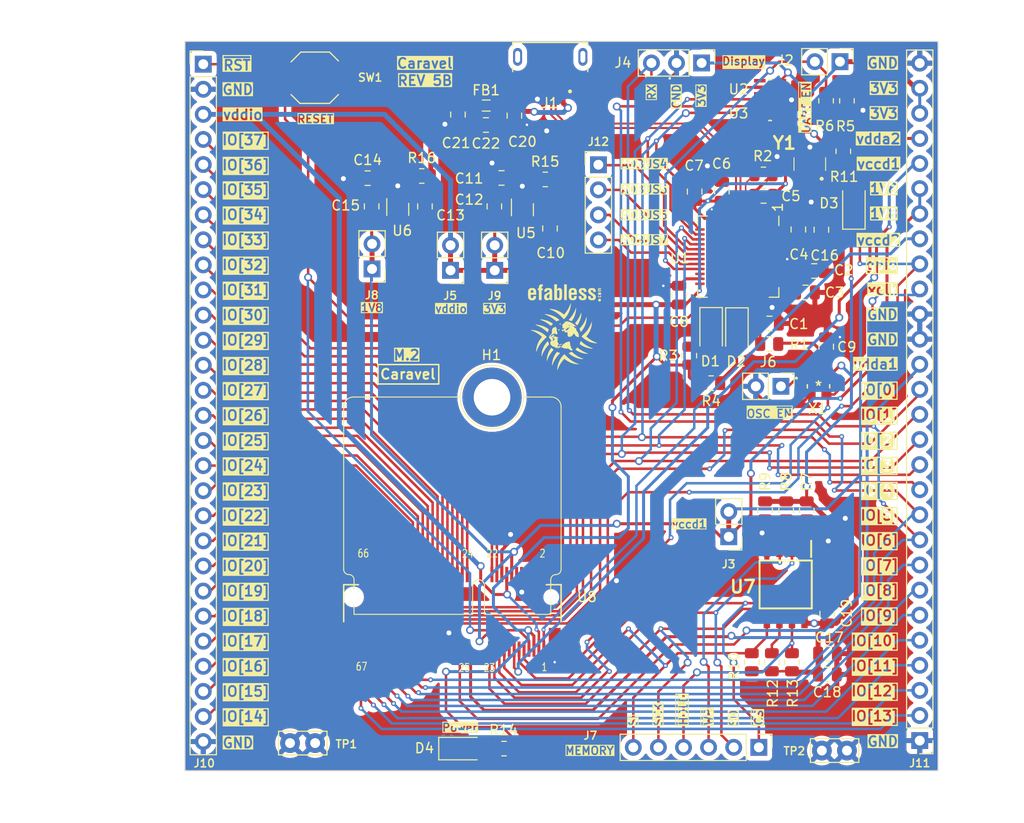
<source format=kicad_pcb>
(kicad_pcb (version 20221018) (generator pcbnew)
  (title_block (title "Caravel 3.3V Development Board") (rev "REV 5B") (company "Efabless"))
  (layers (0 "F.Cu" signal) (31 "B.Cu" signal) (34 "B.Paste" user) (35 "F.Paste" user) (36 "B.SilkS" user "B.Silkscreen") (37 "F.SilkS" user "F.Silkscreen") (38 "B.Mask" user) (39 "F.Mask" user) (44 "Edge.Cuts" user))
  (net 0 "")
  (net 1 "GND")
  (net 2 "/~{FTDI_RST}")
  (net 3 "/VCCCORE")
  (net 4 "/VCCA")
  (net 5 "+5V")
  (net 6 "+3V3")
  (net 7 "/ACBUS2")
  (net 8 "Net-(D1-A)")
  (net 9 "/gpio")
  (net 10 "+1V8")
  (net 11 "/FTDI_D+")
  (net 12 "VBUS")
  (net 13 "Net-(D3-A)")
  (net 14 "/FTDI_D-")
  (net 15 "/ACBUS0")
  (net 16 "/mprj_io[6]_ser_tx")
  (net 17 "/~{MEM_HOLD}")
  (net 18 "/~{MEM_WP}")
  (net 19 "/ACBUS6")
  (net 20 "Net-(D4-A)")
  (net 21 "Net-(D2-A)")
  (net 24 "/ADBUS4")
  (net 25 "/ADBUS5")
  (net 26 "/ADBUS6")
  (net 27 "/OSC_EN")
  (net 28 "Net-(U1-REF)")
  (net 29 "Net-(U5-Control)")
  (net 30 "Net-(U6-Control)")
  (net 31 "Net-(U1-XCSI)")
  (net 32 "Net-(U1-XCSO)")
  (net 33 "/ADBUS7")
  (net 34 "/ACBUS7")
  (net 35 "/USB_SCK_TXD")
  (net 36 "/USB_CS1")
  (net 37 "/USB_SO_RXD")
  (net 38 "/mprj_io[14]")
  (net 39 "/mprj_io[15]")
  (net 40 "/mprj_io[16]")
  (net 41 "/mprj_io[17]")
  (net 42 "/mprj_io[18]")
  (net 43 "/Caravel_D1")
  (net 44 "/mprj_io[19]")
  (net 45 "/mprj_io[20]")
  (net 46 "/mprj_io[21]")
  (net 47 "/mprj_io[22]")
  (net 48 "/mprj_io[23]")
  (net 49 "/mprj_io[24]")
  (net 50 "/mprj_io[25]")
  (net 51 "/mprj_io[26]")
  (net 52 "/mprj_io[27]")
  (net 53 "/mprj_io[28]")
  (net 54 "/ACBUS5")
  (net 55 "/mprj_io[30]")
  (net 56 "/mprj_io[31]")
  (net 57 "/mprj_io[32]")
  (net 58 "/mprj_io[33]")
  (net 59 "/ACBUS1")
  (net 60 "/mprj_io[37]")
  (net 61 "/ACBUS3")
  (net 62 "/vdda2")
  (net 63 "/vccd2")
  (net 64 "/xclk")
  (net 65 "/vdda1")
  (net 66 "/mprj_io[0]")
  (net 68 "/ACBUS4")
  (net 69 "/mprj_io[5]_ser_rx")
  (net 70 "/mprj_io[7]")
  (net 71 "/mprj_io[8]")
  (net 72 "/mprj_io[10]")
  (net 73 "/mprj_io[11]")
  (net 74 "/mprj_io[12]")
  (net 78 "/mprj_io[13]")
  (net 79 "/Caravel_CSB")
  (net 81 "/Caravel_D0")
  (net 92 "/Caravel_SCK")
  (net 93 "/Noise_3V3")
  (net 94 "/Noise_1V8")
  (net 95 "/mprj_io[36]")
  (net 96 "/mprj_io[35]")
  (net 97 "/mprj_io[34]")
  (net 98 "/mprj_io[29]")
  (net 99 "/mprj_io[9]")
  (net 100 "/USB_SI")
  (footprint "strive_foot_prints:FCI_10118193-0001LF" (layer "F.Cu") (at 131.98765 119.2377 180)
    (fp_text reference "J1")
    (fp_text value "USB_B_Micro")
  )
  (footprint "Caravel_Board:logo" (layer "F.Cu") (at 133.35 147.572134)
    (fp_text reference "T1" hide)
    (fp_text value "Logo" hide)
  )
  (footprint "Capacitor_SMD:C_0805_2012Metric" (layer "F.Cu") (at 157.09 136.72 -90)
    (fp_text reference "C4")
    (fp_text value "0.1uF")
  )
  (footprint "strive_foot_prints:SOIC127P790X216-8N" (layer "F.Cu") (at 155.8092 172.6544 -90)
    (fp_text reference "U7")
    (fp_text value "W25Q32FVSS" hide)
  )
  (footprint "Capacitor_SMD:C_0805_2012Metric" (layer "F.Cu") (at 160.01 175.64 90)
    (fp_text reference "C19")
    (fp_text value "1uF")
  )
  (footprint "strive_foot_prints:SOT65P210X110-5N" (layer "F.Cu") (at 154.2344 122.3184)
    (fp_text reference "U2")
    (fp_text value "SN74LVC1G125DCKR")
  )
  (footprint "TestPoint:TestPoint_Bridge_Pitch2.54mm_Drill1.0mm" (layer "F.Cu") (at 108.2 188.714 180)
    (fp_text reference "TP1")
    (fp_text value "TestPoint" hide)
  )
  (footprint "Capacitor_SMD:C_0805_2012Metric" (layer "F.Cu") (at 149.35 132.85 -90)
    (fp_text reference "C6")
    (fp_text value "0.1uF")
  )
  (footprint "MicroMod-Sparkfun:MicroMod-Standoff" (layer "F.Cu") (at 126.0972 153.7)
    (fp_text reference "H1")
    (fp_text value "MICROMOD-Standoff")
  )
  (footprint "LED_SMD:LED_1206_3216Metric" (layer "F.Cu") (at 162.71 134.4 90)
    (fp_text reference "D3")
    (fp_text value "RED")
  )
  (footprint "Connector_PinHeader_2.54mm:PinHeader_1x02_P2.54mm_Vertical" (layer "F.Cu") (at 121.8996 140.855 180)
    (fp_text reference "J5")
    (fp_text value "Conn_01x02_Pin")
  )
  (footprint "TestPoint:TestPoint_Bridge_Pitch2.54mm_Drill1.0mm" (layer "F.Cu") (at 162.01 189.47 180)
    (fp_text reference "TP2")
    (fp_text value "TestPoint" hide)
  )
  (footprint "Resistor_SMD:R_0805_2012Metric" (layer "F.Cu") (at 131.49 131.65)
    (fp_text reference "R15")
    (fp_text value "10K")
  )
  (footprint "Connector_PinHeader_2.54mm:PinHeader_1x04_P2.54mm_Vertical" (layer "F.Cu") (at 136.86 130.16)
    (fp_text reference "J12")
    (fp_text value "Conn_01x04_Pin")
  )
  (footprint "LED_SMD:LED_1206_3216Metric" (layer "F.Cu") (at 148.2664 146.9064 -90)
    (fp_text reference "D1")
    (fp_text value "RED")
  )
  (footprint "Resistor_SMD:R_0805_2012Metric" (layer "F.Cu") (at 148.27 152.27 180)
    (fp_text reference "R4")
    (fp_text value "150")
  )
  (footprint "Connector_PinHeader_2.54mm:PinHeader_1x02_P2.54mm_Vertical" (layer "F.Cu") (at 161.3006 119.7276 -90)
    (fp_text reference "J2")
    (fp_text value "Conn_01x02_Pin")
  )
  (footprint "Caravel_Board:SOT-353F" (layer "F.Cu") (at 129.1724 134.48 -90)
    (fp_text reference "U5")
    (fp_text value "TAR5SxxU")
  )
  (footprint "Resistor_SMD:R_0805_2012Metric" (layer "F.Cu") (at 152.3802 180.5284 -90)
    (fp_text reference "R10")
    (fp_text value "10K")
  )
  (footprint "Connector_PinHeader_2.54mm:PinHeader_1x03_P2.54mm_Vertical" (layer "F.Cu") (at 147.305 119.86 -90)
    (fp_text reference "J4")
    (fp_text value "Conn_01x03_Pin")
  )
  (footprint "Connector_PinHeader_2.54mm:PinHeader_1x06_P2.54mm_Vertical" (layer "F.Cu") (at 153.0914 189.1458 -90)
    (fp_text reference "J7")
    (fp_text value "Conn_01x06_Pin")
  )
  (footprint "Capacitor_SMD:C_0805_2012Metric" (layer "F.Cu") (at 159.42 136.74 90)
    (fp_text reference "C16")
    (fp_text value "10uF")
  )
  (footprint "Capacitor_SMD:C_0805_2012Metric" (layer "F.Cu") (at 131.9624 136.61 90)
    (fp_text reference "C10")
    (fp_text value "1uF")
  )
  (footprint "Resistor_SMD:R_0805_2012Metric" (layer "F.Cu") (at 127.3104 189.2728 180)
    (fp_text reference "R14")
    (fp_text value "1K")
  )
  (footprint "Resistor_SMD:R_0805_2012Metric" (layer "F.Cu") (at 162.0068 123.69 90)
    (fp_text reference "R5")
    (fp_text value "1K")
  )
  (footprint "Resistor_SMD:R_0805_2012Metric" (layer "F.Cu") (at 157.9428 165.1614 90)
    (fp_text reference "R7")
    (fp_text value "10K")
  )
  (footprint "Resistor_SMD:R_0805_2012Metric" (layer "F.Cu") (at 159.8986 123.69 90)
    (fp_text reference "R6")
    (fp_text value "1K")
  )
  (footprint "Capacitor_SMD:C_0805_2012Metric" (layer "F.Cu") (at 145.02 143.36 -90)
    (fp_text reference "C8")
    (fp_text value "0.1uF")
  )
  (footprint "Capacitor_SMD:C_0805_2012Metric" (layer "F.Cu") (at 126.3324 134.38 -90)
    (fp_text reference "C12")
    (fp_text value "10uF")
  )
  (footprint "Capacitor_SMD:C_0805_2012Metric" (layer "F.Cu") (at 119.31 134.38 90)
    (fp_text reference "C13")
    (fp_text value "1uF")
  )
  (footprint "Capacitor_SMD:C_0805_2012Metric" (layer "F.Cu") (at 153.57 133.32)
    (fp_text reference "C5")
    (fp_text value "0.1uF")
  )
  (footprint "strive_foot_prints:SW4-SMD-5.2X5.2X1.5MM" (layer "F.Cu") (at 108.1588 121.3532)
    (fp_text reference "SW1")
    (fp_text value "SW_Push - SKQGADE010")
  )
  (footprint "Resistor_SMD:R_0805_2012Metric" (layer "F.Cu") (at 155.86 165.1614 90)
    (fp_text reference "R8")
    (fp_text value "10K")
  )
  (footprint "Resistor_SMD:R_0805_2012Metric" (layer "F.Cu") (at 156.4442 180.5284 -90)
    (fp_text reference "R13")
    (fp_text value "10K")
  )
  (footprint "strive_foot_prints:DSC6001JE1A-010.0000" (layer "F.Cu") (at 159.13025 152.5952)
    (fp_text reference "X1")
    (fp_text value "DSC6001_10MHZ")
  )
  (footprint "Connector_PinHeader_2.54mm:PinHeader_1x28_P2.54mm_Vertical" (layer "F.Cu") (at 96.8812 119.9816)
    (fp_text reference "J10")
    (fp_text value "Conn_01x28_Pin")
  )
  (footprint "Resistor_SMD:R_0805_2012Metric" (layer "F.Cu") (at 161.64 128.8 -90)
    (fp_text reference "R11")
    (fp_text value "1K")
  )
  (footprint "Resistor_SMD:R_0805_2012Metric" (layer "F.Cu") (at 154.1418 148.3128)
    (fp_text reference "R1")
    (fp_text value "10K")
  )
  (footprint "Capacitor_SMD:C_0805_2012Metric" (layer "F.Cu") (at 122.65 125.08 90)
    (fp_text reference "C21")
    (fp_text value "0.1uF")
  )
  (footprint "Capacitor_SMD:C_0805_2012Metric" (layer "F.Cu") (at 128.36 125.19 -90)
    (fp_text reference "C20")
    (fp_text value "0.01uF")
  )
  (footprint "Capacitor_SMD:C_0805_2012Metric" (layer "F.Cu") (at 158.7 140.92 180)
    (fp_text reference "C2")
    (fp_text value "0.1uF")
  )
  (footprint "Capacitor_SMD:C_0805_2012Metric" (layer "F.Cu") (at 157.81 143.09 180)
    (fp_text reference "C3")
    (fp_text value "0.1uF")
  )
  (footprint "Caravel_Board:ef_logo" (layer "F.Cu") (at 133.378429 143.134)
    (fp_text reference "T2" hide)
    (fp_text value "Logo" hide)
  )
  (footprint "Resistor_SMD:R_0805_2012Metric" (layer "F.Cu") (at 146.06 149.49 -90)
    (fp_text reference "R3")
    (fp_text value "150")
  )
  (footprint "Connector_PinHeader_2.54mm:PinHeader_1x02_P2.54mm_Vertical" (layer "F.Cu") (at 155.32525 152.5952 -90)
    (fp_text reference "J6")
    (fp_text value "Conn_01x02_Pin")
  )
  (footprint "Connector_PinHeader_2.54mm:PinHeader_1x02_P2.54mm_Vertical" (layer "F.Cu") (at 150.05 167.83 180)
    (fp_text reference "J3")
    (fp_text value "Conn_01x02_Pin")
  )
  (footprint "Package_DFN_QFN:QFN-48-1EP_8x8mm_P0.5mm_EP6.2x6.2mm" (layer "F.Cu") (at 151.0086 139.4634 -90)
    (fp_text reference "U1")
    (fp_text value "FT232H")
  )
  (footprint "Capacitor_SMD:C_0805_2012Metric" (layer "F.Cu") (at 127.0624 131.5 180)
    (fp_text reference "C11")
    (fp_text value "0.01uF")
  )
  (footprint "Capacitor_SMD:C_0805_2012Metric" (layer "F.Cu") (at 159.91 148.58 -90)
    (fp_text reference "C9")
    (fp_text value "0.1uF")
  )
  (footprint "Connector_PinHeader_2.54mm:PinHeader_1x28_P2.54mm_Vertical" (layer "F.Cu") (at 169.3728 188.46 180)
    (fp_text reference "J11")
    (fp_text value "Conn_01x28_Pin")
  )
  (footprint "strive_foot_prints:SOT65P210X110-5N" (layer "F.Cu") (at 154.2344 124.9092 180)
    (fp_text reference "U3")
    (fp_text value "SN74LVC1G125DCKR")
  )
  (footprint "Capacitor_SMD:C_0805_2012Metric" (layer "F.Cu") (at 113.51 131.52 180)
    (fp_text reference "C14")
    (fp_text value "0.01uF")
  )
  (footprint "Capacitor_SMD:C_0805_2012Metric" (layer "F.Cu") (at 154.1672 146.23 180)
    (fp_text reference "C1")
    (fp_text value "0.01uF")
  )
  (footprint "Inductor_SMD:L_0805_2012Metric" (layer "F.Cu") (at 125.51 124.17 180)
    (fp_text reference "FB1")
    (fp_text value "600R/0.5A")
  )
  (footprint "LED_SMD:LED_1206_3216Metric" (layer "F.Cu") (at 122.9924 189.2728)
    (fp_text reference "D4")
    (fp_text value "RED")
  )
  (footprint "Connector_PinHeader_2.54mm:PinHeader_1x02_P2.54mm_Vertical" (layer "F.Cu") (at 113.96 140.715 180)
    (fp_text reference "J8")
    (fp_text value "Conn_01x02_Pin")
  )
  (footprint "Caravel_Board:SOT-353F" (layer "F.Cu") (at 116.56 134.44 -90)
    (fp_text reference "U6")
    (fp_text value "TAR5SxxU")
  )
  (footprint "MicroMod-Sparkfun:M.2-CONNECTOR-E" (layer "F.Cu") (at 122.0875 173.9275)
    (fp_text reference "U8")
    (fp_text value "M.2-CONNECTOR-E" hide)
  )
  (footprint "strive_foot_prints:CSTNE12M0GH5L000R0" (layer "F.Cu") (at 158.25 130.09)
    (fp_text reference "Y1")
    (fp_text value "12MHz" hide)
  )
  (footprint "Resistor_SMD:R_0805_2012Metric" (layer "F.Cu") (at 153.7264 165.1614 90)
    (fp_text reference "R9")
    (fp_text value "10K")
  )
  (footprint "LED_SMD:LED_1206_3216Metric" (layer "F.Cu") (at 150.876 146.9336 -90)
    (fp_text reference "D2")
    (fp_text value "RED")
  )
  (footprint "Capacitor_SMD:C_0805_2012Metric" (layer "F.Cu") (at 125.48 126.14 180)
    (fp_text reference "C22")
    (fp_text value "10uF")
  )
  (footprint "Connector_PinHeader_2.54mm:PinHeader_1x02_P2.54mm_Vertical" (layer "F.Cu") (at 126.37 140.855 180)
    (fp_text reference "J9")
    (fp_text value "Conn_01x02_Pin")
  )
  (footprint "Capacitor_SMD:C_0805_2012Metric" (layer "F.Cu") (at 146.6 132.88 -90)
    (fp_text reference "C7")
    (fp_text value "0.1uF")
  )
  (footprint "Resistor_SMD:R_0805_2012Metric" (layer "F.Cu") (at 154.4122 180.5284 -90)
    (fp_text reference "R12")
    (fp_text value "10K")
  )
  (footprint "Capacitor_SMD:C_0805_2012Metric" (layer "F.Cu") (at 160.03 181.76)
    (fp_text reference "C18")
    (fp_text value "0.1uF")
  )
  (footprint "Capacitor_SMD:C_0805_2012Metric" (layer "F.Cu") (at 113.92 134.38 -90)
    (fp_text reference "C15")
    (fp_text value "10uF")
  )
  (footprint "Resistor_SMD:R_0805_2012Metric" (layer "F.Cu") (at 153.56 131.14 180)
    (fp_text reference "R2")
    (fp_text value "12K 1%")
  )
  (footprint "Capacitor_SMD:C_0805_2012Metric" (layer "F.Cu") (at 160.04 179.66 180)
    (fp_text reference "C17")
    (fp_text value "0.01uF")
  )
  (footprint "Resistor_SMD:R_0805_2012Metric" (layer "F.Cu") (at 118.99 131.3)
    (fp_text reference "R16")
    (fp_text value "10K")
  )
  (gr_rect (start 114.5572 150.39) (end 120.7072 152.36) (stroke (width 0.15)) (fill none) (layer "F.SilkS"))
  (gr_rect (start 95.0272 117.676) (end 171.2272 191.508) (stroke (width 0.1)) (fill none) (layer "Edge.Cuts"))
  (gr_text "IO[19]" (at 101.2 173.33) (layer "F.SilkS" knockout) (effects (font (size 1 1) (thickness 0.2) bold)))
  (gr_text "xclk" (at 165.63 142.82) (layer "F.SilkS" knockout) (effects (font (size 1 1) (thickness 0.2) bold)))
  (gr_text "vdda1" (at 164.91 150.36) (layer "F.SilkS" knockout) (effects (font (size 1 1) (thickness 0.2) bold)))
  (gr_text "~{WP}" (at 148.01 186.05 90) (layer "F.SilkS" knockout) (effects (font (size 0.8 0.8) (thickness 0.16) bold)))
  (gr_text "IO[5]" (at 165.31 165.66) (layer "F.SilkS" knockout) (effects (font (size 1 1) (thickness 0.2) bold)))
  (gr_text "IO[11]" (at 164.85 180.91) (layer "F.SilkS" knockout) (effects (font (size 1 1) (thickness 0.2) bold)))
  (gr_text "IO[17]" (at 101.2 178.41) (layer "F.SilkS" knockout) (effects (font (size 1 1) (thickness 0.2) bold)))
  (gr_text "OSC ~{EN}" (at 154.16 155.37) (layer "F.SilkS" knockout) (effects (font (size 0.8 0.8) (thickness 0.15) bold)))
  (gr_text "M.2" (at 117.4472 149.44) (layer "F.SilkS" knockout) (effects (font (size 1 1) (thickness 0.2) bold)))
  (gr_text "1V8" (at 165.74 135.14) (layer "F.SilkS" knockout) (effects (font (size 1 1) (thickness 0.2) bold)))
  (gr_text "IO[0]" (at 165.31 152.96) (layer "F.SilkS" knockout) (effects (font (size 1 1) (thickness 0.2) bold)))
  (gr_text "gpio" (at 165.53 140.26) (layer "F.SilkS" knockout) (effects (font (size 1 1) (thickness 0.2) bold)))
  (gr_text "IO[9]" (at 165.31 175.82) (layer "F.SilkS" knockout) (effects (font (size 1 1) (thickness 0.2) bold)))
  (gr_text "vdda2" (at 165.18 127.55) (layer "F.SilkS" knockout) (effects (font (size 1 1) (thickness 0.2) bold)))
  (gr_text "GND" (at 165.63 119.89) (layer "F.SilkS" knockout) (effects (font (size 1 1) (thickness 0.2) bold)))
  (gr_text "IO[37]" (at 101.1984 127.6584) (layer "F.SilkS" knockout) (effects (font (size 1 1) (thickness 0.2) bold)))
  (gr_text "IO[20]" (at 101.2 170.79) (layer "F.SilkS" knockout) (effects (font (size 1 1) (thickness 0.2) bold)))
  (gr_text "1\n" (at 155.01 134.47 90) (layer "F.SilkS") (effects (font (size 1 1))))
  (gr_text "IO[33]" (at 101.2 137.77) (layer "F.SilkS" knockout) (effects (font (size 1 1) (thickness 0.2) bold)))
  (gr_text "IO[13]" (at 164.85 185.99) (layer "F.SilkS" knockout) (effects (font (size 1 1) (thickness 0.2) bold)))
  (gr_text "GND" (at 144.77 123.26 90) (layer "F.SilkS" knockout) (effects (font (size 0.8 0.8) (thickness 0.16) bold)))
  (gr_text "3V3" (at 165.75 122.44) (layer "F.SilkS" knockout) (effects (font (size 1 1) (thickness 0.2) bold)))
  (gr_text "IO[18]" (at 101.2 175.87) (layer "F.SilkS" knockout) (effects (font (size 1 1) (thickness 0.2) bold)))
  (gr_text "IO[31]" (at 101.2 142.85) (layer "F.SilkS" knockout) (effects (font (size 1 1) (thickness 0.2) bold)))
  (gr_text "Caravel" (at 119.2938 119.9006) (layer "F.SilkS" knockout) (effects (font (size 1 1) (thickness 0.2) bold)))
  (gr_text "ADBUS5" (at 141.52 132.66) (layer "F.SilkS" knockout) (effects (font (size 0.8 0.8) (thickness 0.15) bold)))
  (gr_text "GND" (at 100.372 122.56) (layer "F.SilkS" knockout) (effects (font (size 1 1) (thickness 0.2) bold)))
  (gr_text "IO[30]" (at 101.2 145.39) (layer "F.SilkS" knockout) (effects (font (size 1 1) (thickness 0.2) bold)))
  (gr_text "REV 5B" (at 119.3038 121.6406) (layer "F.SilkS" knockout) (effects (font (size 1 1) (thickness 0.2) bold)))
  (gr_text "IO[16]" (at 101.2 180.95) (layer "F.SilkS" knockout) (effects (font (size 1 1) (thickness 0.2) bold)))
  (gr_text "IO[1]" (at 165.31 155.5) (layer "F.SilkS" knockout) (effects (font (size 1 1) (thickness 0.2) bold)))
  (gr_text "IO[35]" (at 101.2 132.69) (layer "F.SilkS" knockout) (effects (font (size 1 1) (thickness 0.2) bold)))
  (gr_text "1V8" (at 113.94 144.66) (layer "F.SilkS" knockout) (effects (font (size 0.8 0.8) (thickness 0.15) bold)))
  (gr_text "MEMORY" (at 135.9572 189.49) (layer "F.SilkS" knockout) (effects (font (size 0.8 0.8) (thickness 0.16) bold)))
  (gr_text "GND" (at 165.59 147.89) (layer "F.SilkS" knockout) (effects (font (size 1 1) (thickness 0.2) bold)))
  (gr_text "IO[32]" (at 101.2 140.31) (layer "F.SilkS" knockout) (effects (font (size 1 1) (thickness 0.2) bold)))
  (gr_text "GND" (at 100.39 188.7) (layer "F.SilkS" knockout) (effects (font (size 1 1) (thickness 0.2) bold)))
  (gr_text "3V3" (at 165.75 124.98) (layer "F.SilkS" knockout) (effects (font (size 1 1) (thickness 0.2) bold)))
  (gr_text "3V3" (at 147.28 123.15 90) (layer "F.SilkS" knockout) (effects (font (size 0.8 0.8) (thickness 0.16) bold)))
  (gr_text "IO[12]" (at 164.85 183.45) (layer "F.SilkS" knockout) (effects (font (size 1 1) (thickness 0.2) bold)))
  (gr_text "IO[22]" (at 101.2 165.71) (layer "F.SilkS" knockout) (effects (font (size 1 1) (thickness 0.2) bold)))
  (gr_text "3V3" (at 126.35 144.75) (layer "F.SilkS" knockout) (effects (font (size 0.8 0.8) (thickness 0.15) bold)))
  (gr_text "~{CS}" (at 153.1 186.13 90) (layer "F.SilkS" knockout) (effects (font (size 0.8 0.8) (thickness 0.16) bold)))
  (gr_text "Caravel" (at 117.5872 151.37) (layer "F.SilkS") (effects (font (size 1 1) (thickness 0.2) bold)))
  (gr_text "vddio" (at 121.96 144.75) (layer "F.SilkS" knockout) (effects (font (size 0.8 0.8) (thickness 0.15) bold)))
  (gr_text "IO[25]" (at 101.2 158.09) (layer "F.SilkS" knockout) (effects (font (size 1 1) (thickness 0.2) bold)))
  (gr_text "Power" (at 122.8272 187.15) (layer "F.SilkS" knockout) (effects (font (size 0.8 0.8) (thickness 0.16) bold)))
  (gr_text "IO[3]" (at 165.31 160.58) (layer "F.SilkS" knockout) (effects (font (size 1 1) (thickness 0.2) bold)))
  (gr_text "SO" (at 150.55 186.18 90) (layer "F.SilkS" knockout) (effects (font (size 0.8 0.8) (thickness 0.16) bold)))
  (gr_text "ADBUS7" (at 141.52 137.79) (layer "F.SilkS" knockout) (effects (font (size 0.8 0.8) (thickness 0.15) bold)))
  (gr_text "IO[6]" (at 165.31 168.2) (layer "F.SilkS" knockout) (effects (font (size 1 1) (thickness 0.2) bold)))
  (gr_text "RX" (at 142.25 122.86 90) (layer "F.SilkS" knockout) (effects (font (size 0.8 0.8) (thickness 0.16) bold)))
  (gr_text "~{RST}" (at 100.29 120.09) (layer "F.SilkS" knockout) (effects (font (size 1 1) (thickness 0.2) bold)))
  (gr_text "vccd1" (at 146.06 166.56) (layer "F.SilkS" knockout) (effects (font (size 0.8 0.8) (thickness 0.15) bold)))
  (gr_text "IO[29]" (at 101.2 147.93) (layer "F.SilkS" knockout) (effects (font (size 1 1) (thickness 0.2) bold)))
  (gr_text "IO[27]" (at 101.2 153.01) (layer "F.SilkS" knockout) (effects (font (size 1 1) (thickness 0.2) bold)))
  (gr_text "IO[4]" (at 165.31 163.12) (layer "F.SilkS" knockout) (effects (font (size 1 1) (thickness 0.2) bold)))
  (gr_text "IO[2]" (at 165.31 158.04) (layer "F.SilkS" knockout) (effects (font (size 1 1) (thickness 0.2) bold)))
  (gr_text "IO[23]" (at 101.2 163.17) (layer "F.SilkS" knockout) (effects (font (size 1 1) (thickness 0.2) bold)))
  (gr_text "IO[34]" (at 101.2 135.23) (layer "F.SilkS" knockout) (effects (font (size 1 1) (thickness 0.2) bold)))
  (gr_text "IO[36]" (at 101.2 130.21) (layer "F.SilkS" knockout) (effects (font (size 1 1) (thickness 0.2) bold)))
  (gr_text "1V8" (at 165.74 132.6) (layer "F.SilkS" knockout) (effects (font (size 1 1) (thickness 0.2) bold)))
  (gr_text "IO[7]" (at 165.31 170.74) (layer "F.SilkS" knockout) (effects (font (size 1 1) (thickness 0.2) bold)))
  (gr_text "GND" (at 165.63 188.56) (layer "F.SilkS" knockout) (effects (font (size 1 1) (thickness 0.2) bold)))
  (gr_text "IO[26]" (at 101.2 155.55) (layer "F.SilkS" knockout) (effects (font (size 1 1) (thickness 0.2) bold)))
  (gr_text "~{HOLD}" (at 145.47 185.35 90) (layer "F.SilkS" knockout) (effects (font (size 0.8 0.8) (thickness 0.16) bold)))
  (gr_text "IO[15]" (at 101.2 183.49) (layer "F.SilkS" knockout) (effects (font (size 1 1) (thickness 0.2) bold)))
  (gr_text "SI" (at 140.39 186.41 90) (layer "F.SilkS" knockout) (effects (font (size 0.8 0.8) (thickness 0.16) bold)))
  (gr_text "GND" (at 165.59 145.35) (layer "F.SilkS" knockout) (effects (font (size 1 1) (thickness 0.2) bold)))
  (gr_text "ADBUS6" (at 141.52 135.27) (layer "F.SilkS" knockout) (effects (font (size 0.8 0.8) (thickness 0.15) bold)))
  (gr_text "vddio" (at 100.88 125.1) (layer "F.SilkS" knockout) (effects (font (size 1 1) (thickness 0.2) bold)))
  (gr_text "Display\n" (at 151.542 119.6768) (layer "F.SilkS" knockout) (effects (font (size 0.8 0.8) (thickness 0.16) bold)))
  (gr_text "vccd2" (at 165.21 137.81) (layer "F.SilkS" knockout) (effects (font (size 1 1) (thickness 0.2) bold)))
  (gr_text "IO[14]" (at 101.2 186.03) (layer "F.SilkS" knockout) (effects (font (size 1 1) (thickness 0.2) bold)))
  (gr_text "IO[8]" (at 165.31 173.28) (layer "F.SilkS" knockout) (effects (font (size 1 1) (thickness 0.2) bold)))
  (gr_text "vccd1" (at 165.23 130.1) (layer "F.SilkS" knockout) (effects (font (size 1 1) (thickness 0.2) bold)))
  (gr_text "UART ~{EN}" (at 157.9 124.39 90) (layer "F.SilkS" knockout) (effects (font (size 0.8 0.8) (thickness 0.15) bold)))
  (gr_text "RESET" (at 108.21 125.53) (layer "F.SilkS" knockout) (effects (font (size 0.8 0.8) (thickness 0.16) bold)))
  (gr_text "SCK" (at 142.93 185.8 90) (layer "F.SilkS" knockout) (effects (font (size 0.8 0.8) (thickness 0.16) bold)))
  (gr_text "ADBUS4" (at 141.52 130.1) (layer "F.SilkS" knockout) (effects (font (size 0.8 0.8) (thickness 0.15) bold)))
  (gr_text "IO[21]" (at 101.2 168.25) (layer "F.SilkS" knockout) (effects (font (size 1 1) (thickness 0.2) bold)))
  (gr_text "IO[24]" (at 101.2 160.63) (layer "F.SilkS" knockout) (effects (font (size 1 1) (thickness 0.2) bold)))
  (gr_text "IO[28]" (at 101.2 150.47) (layer "F.SilkS" knockout) (effects (font (size 1 1) (thickness 0.2) bold)))
  (gr_text "IO[10]" (at 164.85 178.37) (layer "F.SilkS" knockout) (effects (font (size 1 1) (thickness 0.2) bold)))
  (segment (start 157.83485 153.916) (end 157.65085 154.1) (width 0.3048) (layer "F.Cu") (net 1))
  (segment (start 148.7586 135.113401) (end 148.7586 135.5884) (width 0.254) (layer "F.Cu") (net 1))
  (segment (start 153.9012 122.9788) (end 153.193 122.9788) (width 0.254) (layer "F.Cu") (net 1))
  (segment (start 163.63 124.65) (end 163.5825 124.6025) (width 0.254) (layer "F.Cu") (net 1))
  (segment (start 153.42 167.44) (end 153.9042 167.9242) (width 0.254) (layer "F.Cu") (net 1))
  (segment (start 158.39 133.94) (end 159.42 134.97) (width 0.5) (layer "F.Cu") (net 1))
  (segment (start 152.62 133.32) (end 152.63 133.33) (width 0.3048) (layer "F.Cu") (net 1))
  (segment (start 127.9772 167.59) (end 127.9772 168.2828) (width 0.3048) (layer "F.Cu") (net 1))
  (segment (start 147.1336 141.2134) (end 147.1336 141.47) (width 0.3048) (layer "F.Cu") (net 1))
  (segment (start 161.28 147.63) (end 159.91 147.63) (width 0.254) (layer "F.Cu") (net 1))
  (segment (start 155.9112 124.2488) (end 155.2758 124.2488) (width 0.254) (layer "F.Cu") (net 1))
  (segment (start 153.7586 143.3384) (end 153.7586 143.9314) (width 0.254) (layer "F.Cu") (net 1))
  (segment (start 126.3324 133.43) (end 126.3324 131.72) (width 0.5) (layer "F.Cu") (net 1))
  (segment (start 113.92 133.43) (end 113.05 133.43) (width 0.5) (layer "F.Cu") (net 1))
  (segment (start 147.1336 141.47) (end 147.1336 141.7134) (width 0.3048) (layer "F.Cu") (net 1))
  (segment (start 122.62 126.06) (end 122.65 126.03) (width 0.3048) (layer "F.Cu") (net 1))
  (segment (start 161.3 147.61) (end 161.28 147.63) (width 0.254) (layer "F.Cu") (net 1))
  (segment (start 152.62 133.32) (end 152.62 132.9925) (width 0.3048) (layer "F.Cu") (net 1))
  (segment (start 148.332599 134.687401) (end 148.7586 135.113401) (width 0.254) (layer "F.Cu") (net 1))
  (segment (start 149.35 131.74) (end 147.89 130.28) (width 0.5) (layer "F.Cu") (net 1))
  (segment (start 126.3324 131.72) (end 126.1124 131.5) (width 0.5) (layer "F.Cu") (net 1))
  (segment (start 126.1 129.99) (end 126.1 131.4876) (width 0.5) (layer "F.Cu") (net 1))
  (segment (start 113.05 133.43) (end 112.56 132.94) (width 0.5) (layer "F.Cu") (net 1))
  (segment (start 163.5825 124.6025) (end 162.0068 124.6025) (width 0.254) (layer "F.Cu") (net 1))
  (segment (start 156.4 123.59) (end 156.4 123.76) (width 0.254) (layer "F.Cu") (net 1))
  (segment (start 111.11 131.52) (end 111.06 131.57) (width 0.5) (layer "F.Cu") (net 1))
  (segment (start 129.1724 132.347628) (end 129.160195 132.335423) (width 0.254) (layer "F.Cu") (net 1))
  (segment (start 153.2586 143.3384) (end 153.7586 143.3384) (width 0.254) (layer "F.Cu") (net 1))
  (segment (start 128.5875 172.9103) (end 128.5875 171.6525) (width 0.254) (layer "F.Cu") (net 1))
  (segment (start 149.7586 135.5884) (end 149.2586 135.5884) (width 0.254) (layer "F.Cu") (net 1))
  (segment (start 149.35 131.9) (end 146.63 131.9) (width 0.5) (layer "F.Cu") (net 1))
  (segment (start 157.65085 154.1) (end 153.63 154.1) (width 0.3048) (layer "F.Cu") (net 1))
  (segment (start 146.63 131.9) (end 146.6 131.93) (width 0.5) (layer "F.Cu") (net 1))
  (segment (start 156.4 122.73) (end 155.94 122.27) (width 0.254) (layer "F.Cu") (net 1))
  (segment (start 149.35 131.9) (end 149.35 131.74) (width 0.5) (layer "F.Cu") (net 1))
  (segment (start 159.42 134.97) (end 159.42 135.79) (width 0.5) (layer "F.Cu") (net 1))
  (segment (start 154.8836 140.2134) (end 154.8836 139.7134) (width 0.254) (layer "F.Cu") (net 1))
  (segment (start 155.94 122.27) (end 154.61 122.27) (width 0.254) (layer "F.Cu") (net 1))
  (segment (start 154.8836 139.7134) (end 155.9576 139.7134) (width 0.254) (layer "F.Cu") (net 1))
  (segment (start 112.56 131.52) (end 111.11 131.52) (width 0.5) (layer "F.Cu") (net 1))
  (segment (start 154.8836 137.2134) (end 154.8836 136.85) (width 0.254) (layer "F.Cu") (net 1))
  (segment (start 158.26 128.38) (end 158.26 128.8) (width 0.3048) (layer "F.Cu") (net 1))
  (segment (start 156.4 123.59) (end 156.4 122.73) (width 0.254) (layer "F.Cu") (net 1))
  (segment (start 145.7166 141.7134) (end 147.1336 141.7134) (width 0.3048) (layer "F.Cu") (net 1))
  (segment (start 154.4725 129.7975) (end 154.94 129.33) (width 0.3048) (layer "F.Cu") (net 1))
  (segment (start 132.4375 178.4275) (end 132.4375 180.16) (width 0.254) (layer "F.Cu") (net 1))
  (segment (start 152.63 133.33) (end 152.63 133.53) (width 0.3048) (layer "F.Cu") (net 1))
  (segment (start 129.1072 173.43) (end 128.5875 172.9103) (width 0.3048) (layer "F.Cu") (net 1))
  (segment (start 157.09 135.77) (end 159.4 135.77) (width 0.5) (layer "F.Cu") (net 1))
  (segment (start 158.26 128.8) (end 158.24 128.82) (width 0.3048) (layer "F.Cu") (net 1))
  (segment (start 144.765 120.735) (end 144.08 121.42) (width 0.254) (layer "F.Cu") (net 1))
  (segment (start 145.01 142.42) (end 145.7166 141.7134) (width 0.3048) (layer "F.Cu") (net 1))
  (segment (start 122.3375 179.2025) (end 122.3375 178.1603) (width 0.254) (layer "F.Cu") (net 1))
  (segment (start 148.7586 135.5884) (end 149.2586 135.5884) (width 0.254) (layer "F.Cu") (net 1))
  (segment (start 156.4 123.76) (end 155.9112 124.2488) (width 0.254) (layer "F.Cu") (net 1))
  (segment (start 143.43 142.42) (end 145.01 142.42) (width 0.3048) (layer "F.Cu") (net 1))
  (segment (start 154.61 122.27) (end 153.9012 122.9788) (width 0.254) (layer "F.Cu") (net 1))
  (segment (start 156.09 136.85) (end 157.09 135.85) (width 0.254) (layer "F.Cu") (net 1))
  (segment (start 155.9576 139.7134) (end 155.9616 139.7174) (width 0.254) (layer "F.Cu") (net 1))
  (segment (start 157.09 135.85) (end 157.09 135.77) (width 0.254) (layer "F.Cu") (net 1))
  (segment (start 129.1724 133.53) (end 129.1724 132.347628) (width 0.254) (layer "F.Cu") (net 1))
  (segment (start 127.9772 168.2828) (end 127.0875 169.1725) (width 0.3048) (layer "F.Cu") (net 1))
  (segment (start 129.63 126.12) (end 129.61 126.14) (width 0.3048) (layer "F.Cu") (net 1))
  (segment (start 154.8836 136.85) (end 156.09 136.85) (width 0.254) (layer "F.Cu") (net 1))
  (segment (start 132.4375 180.16) (end 132.4375 180.5175) (width 0.254) (layer "F.Cu") (net 1))
  (segment (start 154.4725 131.14) (end 154.4725 129.7975) (width 0.3048) (layer "F.Cu") (net 1))
  (segment (start 144.765 119.86) (end 144.765 120.735) (width 0.254) (layer "F.Cu") (net 1))
  (segment (start 158.33015 153.4207) (end 157.83485 153.916) (width 0.254) (layer "F.Cu") (net 1))
  (segment (start 152.2586 133.6814) (end 152.62 133.32) (width 0.3048) (layer "F.Cu") (net 1))
  (segment (start 152.62 132.9925) (end 154.4725 131.14) (width 0.3048) (layer "F.Cu") (net 1))
  (segment (start 116.56 133.49) (end 116.56 132.3) (width 0.254) (layer "F.Cu") (net 1))
  (segment (start 158.24 128.82) (end 158.24 130.02) (width 0.3048) (layer "F.Cu") (net 1))
  (segment (start 154.8836 136.85) (end 154.8836 136.7134) (width 0.254) (layer "F.Cu") (net 1))
  (segment (start 153.63 154.1) (end 152.78525 153.25525) (width 0.3048) (layer "F.Cu") (net 1))
  (segment (start 159.4 135.77) (end 159.42 135.79) (width 0.5) (layer "F.Cu") (net 1))
  (segment (start 132.4375 180.5175) (end 132.44 180.52) (width 0.254) (layer "F.Cu") (net 1))
  (segment (start 152.78525 153.25525) (end 152.78525 152.5952) (width 0.3048) (layer "F.Cu") (net 1))
  (segment (start 127.0875 169.1725) (end 127.0875 171.6525) (width 0.3048) (layer "F.Cu") (net 1))
  (segment (start 126.1 131.4876) (end 126.1124 131.5) (width 0.5) (layer "F.Cu") (net 1))
  (segment (start 129.61 126.14) (end 128.36 126.14) (width 0.3048) (layer "F.Cu") (net 1))
  (segment (start 126.43 126.14) (end 128.36 126.14) (width 0.5) (layer "F.Cu") (net 1))
  (segment (start 153.7586 143.9314) (end 154.4372 144.61) (width 0.254) (layer "F.Cu") (net 1))
  (segment (start 130.68765 123.51765) (end 130.68765 121.9127) (width 0.5) (layer "F.Cu") (net 1))
  (segment (start 122.3375 178.1603) (end 121.7372 177.56) (width 0.254) (layer "F.Cu") (net 1))
  (segment (start 112.56 132.94) (end 112.56 131.52) (width 0.5) (layer "F.Cu") (net 1))
  (segment (start 152.2586 135.5884) (end 152.2586 133.6814) (width 0.3048) (layer "F.Cu") (net 1))
  (segment (start 121.33 126.06) (end 122.62 126.06) (width 0.5) (layer "F.Cu") (net 1))
  (segment (start 153.9042 167.9242) (end 153.9042 169.0544) (width 0.254) (layer "F.Cu") (net 1))
  (via (at 158.39 133.94) (size 0.8) (drill 0.5) (layers "F.Cu" "B.Cu") (net 1))
  (via (at 111.06 131.57) (size 0.8) (drill 0.5) (layers "F.Cu" "B.Cu") (net 1))
  (via (at 116.56 132.3) (size 0.8) (drill 0.5) (layers "F.Cu" "B.Cu") (net 1))
  (via (at 161.84 165.96) (size 0.8) (drill 0.5) (layers "F.Cu" "B.Cu") (net 1))
  (via (at 154.4372 144.61) (size 0.8) (drill 0.5) (layers "F.Cu" "B.Cu") (net 1))
  (via (at 131.63 126.73) (size 0.8) (drill 0.5) (layers "F.Cu" "B.Cu") (net 1))
  (via (at 156.4 123.59) (size 0.8) (drill 0.5) (layers "F.Cu" "B.Cu") (net 1))
  (via (at 129.63 126.12) (size 0.5) (drill 0.25) (layers "F.Cu" "B.Cu") (net 1))
  (via (at 154.94 129.33) (size 0.8) (drill 0.5) (layers "F.Cu" "B.Cu") (net 1))
  (via (at 144.08 121.42) (size 0.5) (drill 0.25) (layers "F.Cu" "B.Cu") (net 1))
  (via (at 130.68765 123.51765) (size 0.8) (drill 0.5) (layers "F.Cu" "B.Cu") (net 1))
  (via (at 163.63 124.65) (size 0.8) (drill 0.5) (layers "F.Cu" "B.Cu") (net 1))
  (via (at 143.43 142.42) (size 0.5) (drill 0.25) (layers "F.Cu" "B.Cu") (net 1))
  (via (at 121.33 126.06) (size 0.8) (drill 0.5) (layers "F.Cu" "B.Cu") (net 1))
  (via (at 138.69 172.27) (size 0.8) (drill 0.5) (layers "F.Cu" "B.Cu") (net 1))
  (via (at 147.89 130.28) (size 0.8) (drill 0.5) (layers "F.Cu" "B.Cu") (net 1))
  (via (at 132.44 180.52) (size 0.5) (drill 0.25) (layers "F.Cu" "B.Cu") (net 1))
  (via (at 158.26 128.38) (size 0.8) (drill 0.5) (layers "F.Cu" "B.Cu") (net 1))
  (via (at 153.42 167.44) (size 0.8) (drill 0.5) (layers "F.Cu" "B.Cu") (net 1))
  (via (at 129.1072 173.43) (size 0.8) (drill 0.5) (layers "F.Cu" "B.Cu") (net 1))
  (via (at 160.1216 168.2496) (size 0.8) (drill 0.5) (layers "F.Cu" "B.Cu") (net 1))
  (via (at 161.3 147.61) (size 0.5) (drill 0.25) (layers "F.Cu" "B.Cu") (net 1))
  (via (at 129.160195 132.335423) (size 0.8) (drill 0.5) (layers "F.Cu" "B.Cu") (net 1))
  (via (at 155.9616 139.7174) (size 0.5) (drill 0.25) (layers "F.Cu" "B.Cu") (net 1))
  (via (at 121.7372 177.56) (size 0.8) (drill 0.5) (layers "F.Cu" "B.Cu") (net 1))
  (via (at 127.9772 167.59) (size 0.8) (drill 0.5) (layers "F.Cu" "B.Cu") (net 1))
  (via (at 148.332599 134.687401) (size 0.4064) (drill 0.2032) (layers "F.Cu" "B.Cu") (net 1))
  (via (at 126.1 129.99) (size 0.8) (drill 0.5) (layers "F.Cu" "B.Cu") (net 1))
  (segment (start 129.1472 173.47) (end 129.1072 173.43) (width 0.254) (layer "B.Cu") (net 1))
  (segment (start 129.3772 173.47) (end 129.1472 173.47) (width 0.254) (layer "B.Cu") (net 1))
  (segment (start 169.3728 147.9724) (end 169.3728 147.9216) (width 0.254) (layer "B.Cu") (net 1))
  (segment (start 153.2293 148.3128) (end 153.2293 146.2421) (width 0.254) (layer "F.Cu") (net 2))
  (segment (start 152.7586 143.3384) (end 152.7586 144.3686) (width 0.254) (layer "F.Cu") (net 2))
  (segment (start 152.7586 144.3686) (end 153.2172 144.8272) (width 0.254) (layer "F.Cu") (net 2))
  (segment (start 153.2172 144.8272) (end 153.2172 146.23) (width 0.254) (layer "F.Cu") (net 2))
  (segment (start 154.5026 141.7134) (end 156.3666 141.7134) (width 0.3048) (layer "F.Cu") (net 3))
  (segment (start 156.3666 141.7134) (end 157.16 140.92) (width 0.3048) (layer "F.Cu") (net 3))
  (segment (start 157.16 140.92) (end 157.75 140.92) (width 0.3048) (layer "F.Cu") (net 3))
  (segment (start 155.2517 142.2017) (end 156.14 143.09) (width 0.3048) (layer "F.Cu") (net 4))
  (segment (start 156.82 143.05) (end 156.86 143.09) (width 0.254) (layer "F.Cu") (net 4))
  (segment (start 156.14 143.09) (end 156.86 143.09) (width 0.3048) (layer "F.Cu") (net 4))
  (segment (start 154.5409 142.2017) (end 155.2517 142.2017) (width 0.3048) (layer "F.Cu") (net 4))
  (segment (start 119.91 132.83) (end 119.91 131.3075) (width 0.5) (layer "F.Cu") (net 5))
  (segment (start 130.89 128.82) (end 125.3 128.82) (width 0.5) (layer "F.Cu") (net 5))
  (segment (start 119.31 133.43) (end 119.91 132.83) (width 0.5) (layer "F.Cu") (net 5))
  (segment (start 124.6025 124.42875) (end 124.6025 124.21625) (width 0.3048) (layer "F.Cu") (net 5))
  (segment (start 124.5325 124.35875) (end 124.5325 124.28625) (width 0.3048) (layer "F.Cu") (net 5))
  (segment (start 119.9025 126.1525) (end 119.9025 131.3) (width 0.5) (layer "F.Cu") (net 5))
  (segment (start 119.31 133.43) (end 119.17 133.43) (width 0.5) (layer "F.Cu") (net 5))
  (segment (start 121.925 124.13) (end 119.9025 126.1525) (width 0.5) (layer "F.Cu") (net 5))
  (segment (start 132.4025 130.3325) (end 130.89 128.82) (width 0.5) (layer "F.Cu") (net 5))
  (segment (start 124.6025 124.42875) (end 124.5325 124.35875) (width 0.3048) (layer "F.Cu") (net 5))
  (segment (start 124.5 124.39125) (end 124.5 126.02875) (width 0.5) (layer "F.Cu") (net 5))
  (segment (start 119.91 131.3075) (end 119.9025 131.3) (width 0.5) (layer "F.Cu") (net 5))
  (segment (start 125.3 128.82) (end 124.53 128.05) (width 0.5) (layer "F.Cu") (net 5))
  (segment (start 132.4025 131.65) (end 131.9624 132.0901) (width 0.5) (layer "F.Cu") (net 5))
  (segment (start 124.5325 124.35875) (end 124.5 124.39125) (width 0.3048) (layer "F.Cu") (net 5))
  (segment (start 124.5325 124.28625) (end 124.47 124.22375) (width 0.5) (layer "F.Cu") (net 5))
  (segment (start 120.1325 131.53) (end 119.9025 131.3) (width 0.5) (layer "F.Cu") (net 5))
  (segment (start 122.65 124.13) (end 121.925 124.13) (width 0.5) (layer "F.Cu") (net 5))
  (segment (start 124.4475 124.17) (end 124.4075 124.13) (width 0.5) (layer "F.Cu") (net 5))
  (segment (start 131.9624 132.0901) (end 131.9624 135.66) (width 0.5) (layer "F.Cu") (net 5))
  (segment (start 124.53 128.05) (end 124.53 126.284765) (width 0.5) (layer "F.Cu") (net 5))
  (segment (start 131.7624 135.46) (end 129.8524 135.46) (width 0.3048) (layer "F.Cu") (net 5))
  (segment (start 119.17 133.43) (end 117.21 135.39) (width 0.5) (layer "F.Cu") (net 5))
  (segment (start 124.4075 124.13) (end 122.65 124.13) (width 0.5) (layer "F.Cu") (net 5))
  (segment (start 132.4025 131.65) (end 132.4025 130.3325) (width 0.5) (layer "F.Cu") (net 5))
  (segment (start 126.37 135.3676) (end 126.3324 135.33) (width 0.3048) (layer "F.Cu") (net 6))
  (segment (start 155.6086 141.2134) (end 156.316 140.506) (width 0.3048) (layer "F.Cu") (net 6))
  (segment (start 138.28 154.07) (end 142.7714 149.5786) (width 0.3048) (layer "F.Cu") (net 6))
  (segment (start 158.4896 126.8396) (end 153.7772 126.8396) (width 0.3048) (layer "F.Cu") (net 6))
  (segment (start 159.09 179.66) (end 159.09 177.51) (width 0.5) (layer "F.Cu") (net 6))
  (segment (start 161.13 137.145) (end 162.44 138.455) (width 0.3048) (layer "F.Cu") (net 6))
  (segment (start 162.945 168.975) (end 162.945 174.575) (width 0.5) (layer "F.Cu") (net 6))
  (segment (start 157.9428 164.2489) (end 158.2189 164.2489) (width 0.3048) (layer "F.Cu") (net 6))
  (segment (start 150.2586 135.5884) (end 150.2586 134.7086) (width 0.3048) (layer "F.Cu") (net 6))
  (segment (start 156.5333 181.53) (end 158.85 181.53) (width 0.5) (layer "F.Cu") (net 6))
  (segment (start 146.0225 150.44) (end 146.06 150.4025) (width 0.3048) (layer "F.Cu") (net 6))
  (segment (start 130.3375 177.8592) (end 130.3375 179.2025) (width 0.3048) (layer "F.Cu") (net 6))
  (segment (start 156.034 120.816) (end 156.034 120.8998) (width 0.254) (layer "F.Cu") (net 6))
  (segment (start 142.7714 149.5786) (end 143.6328 150.44) (width 0.3048) (layer "F.Cu") (net 6))
  (segment (start 156.034 120.8998) (end 155.2758 121.658) (width 0.254) (layer "F.Cu") (net 6))
  (segment (start 144.68 144.31) (end 145.69 144.31) (width 0.3048) (layer "F.Cu") (net 6))
  (segment (start 157.09 137.67) (end 157.0466 137.7134) (width 0.3048) (layer "F.Cu") (net 6))
  (segment (start 168.96 122.42) (end 169.3728 122.42) (width 0.3048) (layer "F.Cu") (net 6))
  (segment (start 159.93035 151.72685) (end 159.93035 151.7697) (width 0.254) (layer "F.Cu") (net 6))
  (segment (start 155.3198 132.5502) (end 155.79 132.08) (width 0.3048) (layer "F.Cu") (net 6))
  (segment (start 132.6388 144.3228) (end 142.6972 144.3228) (width 0.5) (layer "F.Cu") (net 6))
  (segment (start 159.09 181.75) (end 159.08 181.76) (width 0.5) (layer "F.Cu") (net 6))
  (segment (start 153.7264 164.3936) (end 153.7264 164.2489) (width 0.3048) (layer "F.Cu") (net 6))
  (segment (start 130.8375 177.4503) (end 130.8375 179.2025) (width 0.254) (layer "F.Cu") (net 6))
  (segment (start 146.06 151.66) (end 146.06 150.4025) (width 0.3048) (layer "F.Cu") (net 6))
  (segment (start 158.69 176.59) (end 158.0498 176.59) (width 0.5) (layer "F.Cu") (net 6))
  (segment (start 161.44 150.49) (end 161.3 150.49) (width 0.3048) (layer "F.Cu") (net 6))
  (segment (start 152.7586 134.8914) (end 154.33 133.32) (width 0.3048) (layer "F.Cu") (net 6))
  (segment (start 161.3 150.49) (end 160.06315 151.72685) (width 0.3048) (layer "F.Cu") (net 6))
  (segment (start 152.3802 181.4409) (end 154.4122 181.4409) (width 0.254) (layer "F.Cu") (net 6))
  (segment (start 160.44 133.31) (end 160.44 128.79) (width 0.3048) (layer "F.Cu") (net 6))
  (segment (start 129.7572 177.2789) (end 130.3375 177.8592) (width 0.3048) (layer "F.Cu") (net 6))
  (segment (start 124.95 172.33) (end 126.2914 173.6714) (width 0.3048) (layer "F.Cu") (net 6))
  (segment (start 155.79 132.08) (end 155.79 128.8524) (width 0.3048) (layer "F.Cu") (net 6))
  (segment (start 160.55 137.69) (end 161.13 137.11) (width 0.3048) (layer "F.Cu") (net 6))
  (segment (start 146.67 152.27) (end 146.06 151.66) (width 0.3048) (layer "F.Cu") (net 6))
  (segment (start 160.93 176.59) (end 160.01 176.59) (width 0.5) (layer "F.Cu") (net 6))
  (segment (start 121.8996 138.315) (end 121.8996 140.855) (width 0.5) (layer "F.Cu") (net 6))
  (segment (start 159.93035 151.7697) (end 159.93035 149.55035) (width 0.3048) (layer "F.Cu") (net 6))
  (segment (start 128.4224 135.33) (end 128.5224 135.43) (width 0.3048) (layer "F.Cu") (net 6))
  (segment (start 153.193 125.5696) (end 153.193 126.2554) (width 0.3048) (layer "F.Cu") (net 6))
  (segment (start 150.2586 134.7086) (end 149.35 133.8) (width 0.3048) (layer "F.Cu") (net 6))
  (segment (start 123.1 187.09) (end 121.44 185.43) (width 0.254) (layer "F.Cu") (net 6))
  (segment (start 147.3575 152.27) (end 146.67 152.27) (width 0.3048) (layer "F.Cu") (net 6))
  (segment (start 158.6064 148.2264) (end 154.7151 148.2264) (width 0.3048) (layer "F.Cu") (net 6))
  (segment (start 157.9428 164.2489) (end 153.7264 164.2489) (width 0.5) (layer "F.Cu") (net 6))
  (segment (start 159.42 137.69) (end 160.55 137.69) (width 0.3048) (layer "F.Cu") (net 6))
  (segment (start 147.92 133.84) (end 146.61 133.84) (width 0.3048) (layer "F.Cu") (net 6))
  (segment (start 159.93035 149.55035) (end 159.91 149.53) (width 0.3048) (layer "F.Cu") (net 6))
  (segment (start 128.2229 188.1729) (end 127.14 187.09) (width 0.254) (layer "F.Cu") (net 6))
  (segment (start 146.61 134.6) (end 146.61 133.84) (width 0.3048) (layer "F.Cu") (net 6))
  (segment (start 152.7586 135.5884) (end 152.7586 134.8914) (width 0.3048) (layer "F.Cu") (net 6))
  (segment (start 127.6286 173.6714) (end 127.5875 173.6303) (width 0.3048) (layer "F.Cu") (net 6))
  (segment (start 156.8017 181.4409) (end 156.4442 181.4409) (width 0.254) (layer "F.Cu") (net 6))
  (segment (start 128.2229 189.2728) (end 128.2229 188.1729) (width 0.254) (layer "F.Cu") (net 6))
  (segment (start 147.96 133.84) (end 147.94 133.82) (width 0.3048) (layer "F.Cu") (net 6))
  (segment (start 129.171 140.855) (end 132.6388 144.3228) (width 0.5) (layer "F.Cu") (net 6))
  (segment (start 126.37 140.855) (end 129.171 140.855) (width 0.5) (layer "F.Cu") (net 6))
  (segment (start 154.8836 140.7134) (end 154.8836 141.2134) (width 0.254) (layer "F.Cu") (net 6))
  (segment (start 138.28 154.74) (end 138.28 154.07) (width 0.3048) (layer "F.Cu") (net 6))
  (segment (start 145.0072 144.3228) (end 145.02 144.31) (width 0.5) (layer "F.Cu") (net 6))
  (segment (start 145.69 144.31) (end 147.09 142.91) (width 0.3048) (layer "F.Cu") (net 6))
  (segment (start 161.3006 119.7276) (end 166.2676 119.7276) (width 0.5) (layer "F.Cu") (net 6))
  (segment (start 147.5984 135.5884) (end 146.61 134.6) (width 0.3048) (layer "F.Cu") (net 6))
  (segment (start 127.14 187.09) (end 123.1 187.09) (width 0.254) (layer "F.Cu") (net 6))
  (segment (start 155.79 128.8524) (end 153.7772 126.8396) (width 0.3048) (layer "F.Cu") (net 6))
  (segment (start 147.09 142.91) (end 147.14 142.91) (width 0.3048) (layer "F.Cu") (net 6))
  (segment (start 159.98 176.62) (end 160.01 176.59) (width 0.254) (layer "F.Cu") (net 6))
  (segment (start 126.37 140.855) (end 121.8996 140.855) (width 0.5) (layer "F.Cu") (net 6))
  (segment (start 126.3324 135.33) (end 128.4224 135.33) (width 0.3048) (layer "F.Cu") (net 6))
  (segment (start 149.31 133.84) (end 149.35 133.8) (width 0.3048) (layer "F.Cu") (net 6))
  (segment (start 148.2586 135.5884) (end 147.5984 135.5884) (width 0.3048) (layer "F.Cu") (net 6))
  (segment (start 126.37 138.315) (end 126.37 135.3676) (width 0.3048) (layer "F.Cu") (net 6))
  (segment (start 160.06315 151.72685) (end 159.93035 151.72685) (width 0.3048) (layer "F.Cu") (net 6))
  (segment (start 121.44 185.43) (end 121.44 181.48) (width 0.254) (layer "F.Cu") (net 6))
  (segment (start 159.4 137.67) (end 159.42 137.69) (width 0.5) (layer "F.Cu") (net 6))
  (segment (start 159.09 179.66) (end 159.09 181.75) (width 0.5) (layer "F.Cu") (net 6))
  (segment (start 154.33 133.32) (end 154.52 133.32) (width 0.3048) (layer "F.Cu") (net 6))
  (segment (start 161.13 134) (end 160.44 133.31) (width 0.3048) (layer "F.Cu") (net 6))
  (segment (start 130.5972 177.21) (end 130.8375 177.4503) (width 0.254) (layer "F.Cu") (net 6))
  (segment (start 157.93 162.72) (end 157.93 164.2361) (width 0.3048) (layer "F.Cu") (net 6))
  (segment (start 142.6972 144.3228) (end 145.0072 144.3228) (width 0.5) (layer "F.Cu") (net 6))
  (segment (start 162.945 174.575) (end 160.93 176.59) (width 0.5) (layer "F.Cu") (net 6))
  (segment (start 126.2914 173.6714) (end 127.6286 173.6714) (width 0.3048) (layer "F.Cu") (net 6))
  (segment (start 161.3325 127.8975) (end 160.57 128.66) (width 0.3048) (layer "F.Cu") (net 6))
  (segment (start 147.94 133.82) (end 147.92 133.84) (width 0.3048) (layer "F.Cu") (net 6))
  (segment (start 166.2676 119.7276) (end 168.96 122.42) (width 0.5) (layer "F.Cu") (net 6))
  (segment (start 143.6328 150.44) (end 146.0225 150.44) (width 0.3048) (layer "F.Cu") (net 6))
  (segment (start 147.14 142.91) (end 147.1336 142.9164) (width 0.3048) (layer "F.Cu") (net 6))
  (segment (start 158.0498 176.59) (end 157.7142 176.2544) (width 0.5) (layer "F.Cu") (net 6))
  (segment (start 156.316 140.506) (end 157.09 139.732) (width 0.3048) (layer "F.Cu") (net 6))
  (segment (start 157.09 139.732) (end 157.09 137.67) (width 0.3048) (layer "F.Cu") (net 6))
  (segment (start 161.97 127.8575) (end 161.93 127.8975) (width 0.3048) (layer "F.Cu") (net 6))
  (segment (start 158.68 127.03) (end 160.44 128.79) (width 0.3048) (layer "F.Cu") (net 6))
  (segment (start 147.1336 142.9164) (end 147.1336 142.2134) (width 0.3048) (layer "F.Cu") (net 6))
  (segment (start 146.61 133.84) (end 146.6 133.83) (width 0.3048) (layer "F.Cu") (net 6))
  (segment (start 159.91 149.53) (end 158.6064 148.2264) (width 0.3048) (layer "F.Cu") (net 6))
  (segment (start 158.68 127.03) (end 158.4896 126.8396) (width 0.3048) (layer "F.Cu") (net 6))
  (segment (start 161.13 137.11) (end 161.13 134) (width 0.3048) (layer "F.Cu") (net 6))
  (segment (start 161.9525 127.8575) (end 162.2 127.8575) (width 0.254) (layer "F.Cu") (net 6))
  (segment (start 156.4442 181.4409) (end 156.5333 181.53) (width 0.5) (layer "F.Cu") (net 6))
  (segment (start 124.95 170.79) (end 124.95 172.33) (width 0.3048) (layer "F.Cu") (net 6))
  (segment (start 147.99 133.84) (end 149.31 133.84) (width 0.3048) (layer "F.Cu") (net 6))
  (segment (start 159.09 177.51) (end 160.01 176.59) (width 0.5) (layer "F.Cu") (net 6))
  (segment (start 127.5875 173.6303) (end 127.5875 171.6525) (width 0.3048) (layer "F.Cu") (net 6))
  (segment (start 160.44 128.79) (end 160.57 128.66) (width 0.3048) (layer "F.Cu") (net 6))
  (segment (start 147.99 133.84) (end 147.96 133.84) (width 0.3048) (layer "F.Cu") (net 6))
  (segment (start 162.44 138.455) (end 162.44 141.7) (width 0.3048) (layer "F.Cu") (net 6))
  (segment (start 157.93 164.2361) (end 157.9428 164.2489) (width 0.3048) (layer "F.Cu") (net 6))
  (segment (start 155.2898 132.5502) (end 155.3198 132.5502) (width 0.3048) (layer "F.Cu") (net 6))
  (segment (start 154.4122 181.4409) (end 156.4442 181.4409) (width 0.254) (layer "F.Cu") (net 6))
  (segment (start 126.37 138.315) (end 126.37 140.855) (width 0.5) (layer "F.Cu") (net 6))
  (segment (start 153.193 126.2554) (end 153.7772 126.8396) (width 0.3048) (layer "F.Cu") (net 6))
  (segment (start 157.09 137.67) (end 159.4 137.67) (width 0.5) (layer "F.Cu") (net 6))
  (segment (start 154.52 133.32) (end 155.2898 132.5502) (width 0.3048) (layer "F.Cu") (net 6))
  (segment (start 158.2189 164.2489) (end 162.945 168.975) (width 0.5) (layer "F.Cu") (net 6))
  (segment (start 157.0466 137.7134) (end 154.5026 137.7134) (width 0.3048) (layer "F.Cu") (net 6))
  (segment (start 158.85 181.53) (end 159.08 181.76) (width 0.5) (layer "F.Cu") (net 6))
  (segment (start 154.5026 141.2134) (end 155.6086 141.2134) (width 0.3048) (layer "F.Cu") (net 6))
  (segment (start 161.93 127.8975) (end 161.3325 127.8975) (width 0.3048) (layer "F.Cu") (net 6))
  (segment (start 160.01 176.59) (end 158.69 176.59) (width 0.5) (layer "F.Cu") (net 6))
  (via (at 161.44 150.49) (size 0.8) (drill 0.5) (layers "F.Cu" "B.Cu") (net 6))
  (via (at 147.94 133.82) (size 0.5) (drill 0.25) (layers "F.Cu" "B.Cu") (net 6))
  (via (at 162.44 141.7) (size 0.5) (drill 0.25) (layers "F.Cu" "B.Cu") (net 6))
  (via (at 130.5972 177.21) (size 0.4064) (drill 0.2032) (layers "F.Cu" "B.Cu") (net 6))
  (via (at 127.6286 173.6714) (size 0.8) (drill 0.5) (layers "F.Cu" "B.Cu") (net 6))
  (via (at 157.93 162.72) (size 0.8) (drill 0.5) (layers "F.Cu" "B.Cu") (net 6))
  (via (at 156.034 120.816) (size 0.8) (drill 0.5) (layers "F.Cu" "B.Cu") (net 6))
  (via (at 124.95 170.79) (size 0.8) (drill 0.5) (layers "F.Cu" "B.Cu") (net 6))
  (via (at 158.68 127.03) (size 0.8) (drill 0.5) (layers "F.Cu" "B.Cu") (net 6))
  (via (at 142.7714 149.5786) (size 0.8) (drill 0.5) (layers "F.Cu" "B.Cu") (net 6))
  (via (at 129.7572 177.2789) (size 0.8) (drill 0.5) (layers "F.Cu" "B.Cu") (net 6))
  (via (at 121.44 181.48) (size 0.8) (drill 0.5) (layers "F.Cu" "B.Cu") (net 6))
  (via (at 147.09 142.91) (size 0.5) (drill 0.25) (layers "F.Cu" "B.Cu") (net 6))
  (via (at 158.69 176.59) (size 0.8) (drill 0.5) (layers "F.Cu" "B.Cu") (net 6))
  (via (at 142.6972 144.3228) (size 0.8) (drill 0.5) (layers "F.Cu" "B.Cu") (net 6))
  (via (at 155.79 132.08) (size 0.5) (drill 0.25) (layers "F.Cu" "B.Cu") (net 6))
  (via (at 138.28 154.74) (size 0.8) (drill 0.5) (layers "F.Cu" "B.Cu") (net 6))
  (segment (start 147.91 133.82) (end 147.94 133.82) (width 0.3048) (layer "B.Cu") (net 6))
  (segment (start 102.2016 125.0616) (end 96.8812 125.0616) (width 0.5) (layer "B.Cu") (net 6))
  (segment (start 161.3006 119.9694) (end 157.6615 123.6085) (width 0.3048) (layer "B.Cu") (net 6))
  (segment (start 138.95 167.9) (end 131.37 167.9) (width 0.3048) (layer "B.Cu") (net 6))
  (segment (start 121.725 138.315) (end 121.8996 138.315) (width 0.3048) (layer "B.Cu") (net 6))
  (segment (start 110.65 133.57) (end 102.2016 125.1216) (width 0.5) (layer "B.Cu") (net 6))
  (segment (start 126.24 173.03) (end 126.24 174.92) (width 0.3048) (layer "B.Cu") (net 6))
  (segment (start 161.44 150.49) (end 162.46 151.51) (width 0.3048) (layer "B.Cu") (net 6))
  (segment (start 155.078 119.86) (end 156.034 120.816) (width 0.3048) (layer "B.Cu") (net 6))
  (segment (start 102.2016 125.0616) (end 115.2116 125.0616) (width 0.5) (layer "B.Cu") (net 6))
  (segment (start 147.09 134.64) (end 147.91 133.82) (width 0.3048) (layer "B.Cu") (net 6))
  (segment (start 142.7714 149.5786) (end 142.6972 149.5044) (width 0.5) (layer "B.Cu") (net 6))
  (segment (start 162.44 141.7) (end 162.46 141.72) (width 0.3048) (layer "B.Cu") (net 6))
  (segment (start 138.28 154.74) (end 138.28 160.11) (width 0.3048) (layer "B.Cu") (net 6))
  (segment (start 161.3006 119.7276) (end 161.3006 119.9694) (width 0.3048) (layer "B.Cu") (net 6))
  (segment (start 157.92 162.71) (end 157.92 159.26) (width 0.3048) (layer "B.Cu") (net 6))
  (segment (start 124.853422 170.79) (end 110.65 156.586578) (width 0.5) (layer "B.Cu") (net 6))
  (segment (start 157.6615 126.0115) (end 157.6615 122.4435) (width 0.3048) (layer "B.Cu") (net 6))
  (segment (start 127.6286 173.6714) (end 130.5972 176.64) (width 0.254) (layer "B.Cu") (net 6))
  (segment (start 128.5989 177.2789) (end 129.7572 177.2789) (width 0.3048) (layer "B.Cu") (net 6))
  (segment (start 131.37 167.9) (end 126.24 173.03) (width 0.3048) (layer "B.Cu") (net 6))
  (segment (start 126.24 174.92) (end 128.5989 177.2789) (width 0.3048) (layer "B.Cu") (net 6))
  (segment (start 157.92 159.26) (end 162.46 154.72) (width 0.3048) (layer "B.Cu") (net 6))
  (segment (start 121.44 181.48) (end 126.4772 181.48) (width 0.3048) (layer "B.Cu") (net 6))
  (segment (start 147.94 133.82) (end 149.68 132.08) (width 0.3048) (layer "B.Cu") (net 6))
  (segment (start 147.305 119.86) (end 155.078 119.86) (width 0.3048) (layer "B.Cu") (net 6))
  (segment (start 162.46 154.72) (end 162.46 151.51) (width 0.3048) (layer "B.Cu") (net 6))
  (segment (start 121.8996 131.7496) (end 121.8996 138.315) (width 0.5) (layer "B.Cu") (net 6))
  (segment (start 129.7572 178.2) (end 129.7572 177.2789) (width 0.3048) (layer "B.Cu") (net 6))
  (segment (start 130.5972 176.64) (end 130.5972 177.21) (width 0.254) (layer "B.Cu") (net 6))
  (segment (start 139.89 161.72) (end 139.89 166.96) (width 0.3048) (layer "B.Cu") (net 6))
  (segment (start 124.95 170.79) (end 124.853422 170.79) (width 0.3048) (layer "B.Cu") (net 6))
  (segment (start 157.6615 122.4435) (end 156.034 120.816) (width 0.3048) (layer "B.Cu") (net 6))
  (segment (start 147.09 142.91) (end 147.09 134.64) (width 0.3048) (layer "B.Cu") (net 6))
  (segment (start 110.65 156.586578) (end 110.65 133.57) (width 0.5) (layer "B.Cu") (net 6))
  (segment (start 142.6972 149.5044) (end 142.6972 144.3228) (width 0.5) (layer "B.Cu") (net 6))
  (segment (start 158.61 176.51) (end 158.69 176.59) (width 0.3048) (layer "B.Cu") (net 6))
  (segment (start 157.93 162.72) (end 157.92 162.71) (width 0.3048) (layer "B.Cu") (net 6))
  (segment (start 139.89 166.96) (end 138.95 167.9) (width 0.3048) (layer "B.Cu") (net 6))
  (segment (start 126.4772 181.48) (end 129.7572 178.2) (width 0.3048) (layer "B.Cu") (net 6))
  (segment (start 138.28 160.11) (end 139.89 161.72) (width 0.3048) (layer "B.Cu") (net 6))
  (segment (start 149.68 132.08) (end 155.79 132.08) (width 0.3048) (layer "B.Cu") (net 6))
  (segment (start 115.2116 125.0616) (end 121.8996 131.7496) (width 0.5) (layer "B.Cu") (net 6))
  (segment (start 158.68 127.03) (end 157.6615 126.0115) (width 0.3048) (layer "B.Cu") (net 6))
  (segment (start 102.2016 125.1216) (end 102.2016 125.0616) (width 0.5) (layer "B.Cu") (net 6))
  (segment (start 121.555 138.315) (end 121.8996 138.315) (width 0.3048) (layer "B.Cu") (net 6))
  (segment (start 169.3728 124.96) (end 169.3728 122.42) (width 0.3048) (layer "B.Cu") (net 6))
  (segment (start 162.46 141.72) (end 162.46 151.51) (width 0.3048) (layer "B.Cu") (net 6))
  (segment (start 148.2664 144.5636) (end 148.2664 145.5064) (width 0.254) (layer "F.Cu") (net 7))
  (segment (start 148.7586 144.0714) (end 148.2664 144.5636) (width 0.254) (layer "F.Cu") (net 7))
  (segment (start 148.7586 143.3384) (end 148.7586 144.0714) (width 0.254) (layer "F.Cu") (net 7))
  (segment (start 146.06 148.5775) (end 146.3311 148.3064) (width 0.254) (layer "F.Cu") (net 8))
  (segment (start 148.1725 148.2125) (end 148.2664 148.3064) (width 0.254) (layer "F.Cu") (net 8))
  (segment (start 146.3311 148.3064) (end 148.2664 148.3064) (width 0.254) (layer "F.Cu") (net 8))
  (segment (start 135.12 184.12) (end 128.3672 184.12) (width 0.254) (layer "F.Cu") (net 9))
  (segment (start 163.32 136.64) (end 162.65 135.97) (width 0.254) (layer "F.Cu") (net 9))
  (segment (start 167.132 142.4408) (end 169.3728 140.2) (width 0.254) (layer "F.Cu") (net 9))
  (segment (start 167.132 149.897472) (end 167.132 142.4408) (width 0.254) (layer "F.Cu") (net 9))
  (segment (start 137.81 165.38) (end 137.81 176.39) (width 0.254) (layer "F.Cu") (net 9))
  (segment (start 163.32 140.18) (end 163.32 136.64) (width 0.254) (layer "F.Cu") (net 9))
  (segment (start 137.81 176.39) (end 135.71 178.49) (width 0.254) (layer "F.Cu") (net 9))
  (segment (start 128.3672 184.12) (end 126.3375 182.0903) (width 0.254) (layer "F.Cu") (net 9))
  (segment (start 162.429472 154.6) (end 167.132 149.897472) (width 0.254) (layer "F.Cu") (net 9))
  (segment (start 139.87 163.32) (end 137.81 165.38) (width 0.254) (layer "F.Cu") (net 9))
  (segment (start 161.47 154.6) (end 162.429472 154.6) (width 0.254) (layer "F.Cu") (net 9))
  (segment (start 146.05 163.32) (end 139.87 163.32) (width 0.254) (layer "F.Cu") (net 9))
  (segment (start 137.9728 181.4576) (end 137.7824 181.4576) (width 0.254) (layer "F.Cu") (net 9))
  (segment (start 137.7824 181.4576) (end 135.12 184.12) (width 0.254) (layer "F.Cu") (net 9))
  (segment (start 126.3375 182.0903) (end 126.3375 179.2025) (width 0.254) (layer "F.Cu") (net 9))
  (via (at 161.47 154.6) (size 0.5) (drill 0.25) (layers "F.Cu" "B.Cu") (net 9))
  (via (at 135.71 178.49) (size 0.5) (drill 0.25) (layers "F.Cu" "B.Cu") (net 9))
  (via (at 163.32 140.18) (size 0.5) (drill 0.25) (layers "F.Cu" "B.Cu") (net 9))
  (via (at 146.05 163.32) (size 0.5) (drill 0.25) (layers "F.Cu" "B.Cu") (net 9))
  (via (at 137.9728 181.4576) (size 0.5) (drill 0.25) (layers "F.Cu" "B.Cu") (net 9))
  (segment (start 163.32 140.18) (end 163.34 140.2) (width 0.254) (layer "B.Cu") (net 9))
  (segment (start 146.05 163.32) (end 155.69 163.32) (width 0.254) (layer "B.Cu") (net 9))
  (segment (start 161.36 154.6) (end 161.47 154.6) (width 0.254) (layer "B.Cu") (net 9))
  (segment (start 155.69 163.32) (end 157.1 161.91) (width 0.254) (layer "B.Cu") (net 9))
  (segment (start 137.9728 181.4576) (end 137.9728 181.4068) (width 0.254) (layer "B.Cu") (net 9))
  (segment (start 157.1 161.91) (end 157.1 158.86) (width 0.254) (layer "B.Cu") (net 9))
  (segment (start 163.34 140.2) (end 169.3728 140.2) (width 0.254) (layer "B.Cu") (net 9))
  (segment (start 157.1 158.86) (end 161.36 154.6) (width 0.254) (layer "B.Cu") (net 9))
  (segment (start 137.9728 181.4068) (end 135.71 179.144) (width 0.254) (layer "B.Cu") (net 9))
  (segment (start 135.71 179.144) (end 135.71 178.49) (width 0.254) (layer "B.Cu") (net 9))
  (segment (start 127.1772 177.78) (end 125.4572 177.78) (width 0.254) (layer "F.Cu") (net 10))
  (segment (start 113.92 135.33) (end 113.92 138.135) (width 0.3048) (layer "F.Cu") (net 10))
  (segment (start 150.05 167.83) (end 149.25 167.83) (width 0.3048) (layer "F.Cu") (net 10))
  (segment (start 128.0875 169.5897) (end 128.0875 171.6525) (width 0.3048) (layer "F.Cu") (net 10))
  (segment (start 113.92 135.33) (end 115.85 135.33) (width 0.3048) (layer "F.Cu") (net 10))
  (segment (start 166.06 137.99) (end 168.93 135.12) (width 0.3048) (layer "F.Cu") (net 10))
  (segment (start 113.96 138.175) (end 113.96 140.715) (width 0.5) (layer "F.Cu") (net 10))
  (segment (start 166.06 149.096738) (end 166.06 137.99) (width 0.3048) (layer "F.Cu") (net 10))
  (segment (start 168.93 135.12) (end 169.3728 135.12) (width 0.3048) (layer "F.Cu") (net 10))
  (segment (start 125.4572 177.78) (end 124.8272 178.41) (width 0.254) (layer "F.Cu") (net 10))
  (segment (start 127.8375 179.2025) (end 127.8375 178.1735) (width 0.254) (layer "F.Cu") (net 10))
  (segment (start 144.3682 178.7318) (end 136.84 186.26) (width 0.254) (layer "F.Cu") (net 10))
  (segment (start 150.5792 178.7318) (end 144.3682 178.7318) (width 0.254) (layer "F.Cu") (net 10))
  (segment (start 165 141.34) (end 164.77 141.57) (width 0.3048) (layer "F.Cu") (net 10))
  (segment (start 127.444 177.78) (end 127.1772 177.78) (width 0.254) (layer "F.Cu") (net 10))
  (segment (start 115.85 135.33) (end 115.91 135.39) (width 0.3048) (layer "F.Cu") (net 10))
  (segment (start 147.93 166.51) (end 138.72 166.51) (width 0.3048) (layer "F.Cu") (net 10))
  (segment (start 149.25 167.83) (end 147.93 166.51) (width 0.3048) (layer "F.Cu") (net 10))
  (segment (start 136.84 186.26) (end 124.6172 186.26) (width 0.254) (layer "F.Cu") (net 10))
  (segment (start 124.6172 186.26) (end 122.8375 184.4803) (width 0.254) (layer "F.Cu") (net 10))
  (segment (start 165 137.74) (end 165 141.34) (width 0.3048) (layer "F.Cu") (net 10))
  (segment (start 152.29 165.59) (end 150.05 167.83) (width 0.3048) (layer "F.Cu") (net 10))
  (segment (start 151.8412 177.31) (end 151.8412 177.4698) (width 0.254) (layer "F.Cu") (net 10))
  (segment (start 166.29 136.45) (end 165 137.74) (width 0.3048) (layer "F.Cu") (net 10))
  (segment (start 128.3272 169.35) (end 128.0875 169.5897) (width 0.254) (layer "F.Cu") (net 10))
  (segment (start 122.8375 184.4803) (end 122.8375 179.2025) (width 0.254) (layer "F.Cu") (net 10))
  (segment (start 152.29 161.417) (end 152.29 165.59) (width 0.3048) (layer "F.Cu") (net 10))
  (segment (start 150.05 165.29) (end 150.05 167.83) (width 0.5) (layer "F.Cu") (net 10))
  (segment (start 151.8412 177.4698) (end 150.5792 178.7318) (width 0.254) (layer "F.Cu") (net 10))
  (segment (start 127.8375 178.1735) (end 127.444 177.78) (width 0.254) (layer "F.Cu") (net 10))
  (segment (start 161.336738 153.82) (end 166.06 149.096738) (width 0.3048) (layer "F.Cu") (net 10))
  (segment (start 113.92 138.135) (end 113.96 138.175) (width 0.3048) (layer "F.Cu") (net 10))
  (via (at 164.77 141.57) (size 0.8) (drill 0.5) (layers "F.Cu" "B.Cu") (net 10))
  (via (at 152.29 161.417) (size 0.8) (drill 0.5) (layers "F.Cu" "B.Cu") (net 10))
  (via (at 166.29 136.45) (size 0.5) (drill 0.25) (layers "F.Cu" "B.Cu") (net 10))
  (via (at 161.336738 153.82) (size 0.5) (drill 0.25) (layers "F.Cu" "B.Cu") (net 10))
  (via (at 128.3272 169.35) (size 0.8) (drill 0.5) (layers "F.Cu" "B.Cu") (net 10))
  (via (at 124.8272 178.41) (size 0.8) (drill 0.5) (layers "F.Cu" "B.Cu") (net 10))
  (via (at 151.8412 177.31) (size 0.8) (drill 0.5) (layers "F.Cu" "B.Cu") (net 10))
  (via (at 138.72 166.51) (size 0.8) (drill 0.5) (layers "F.Cu" "B.Cu") (net 10))
  (segment (start 159.75 177.31) (end 151.8412 177.31) (width 0.3048) (layer "B.Cu") (net 10))
  (segment (start 125.75 169.35) (end 128.3272 169.35) (width 0.3048) (layer "B.Cu") (net 10))
  (segment (start 158.62 153.82) (end 161.336738 153.82) (width 0.3048) (layer "B.Cu") (net 10))
  (segment (start 130.9972 166.68) (end 128.3272 169.35) (width 0.3048) (layer "B.Cu") (net 10))
  (segment (start 152.29 161.417) (end 152.29 160.15) (width 0.3048) (layer "B.Cu") (net 10))
  (segment (start 124.8272 172.8228) (end 124.8272 178.41) (width 0.3048) (layer "B.Cu") (net 10))
  (segment (start 113.9 157.5) (end 125.75 169.35) (width 0.3048) (layer "B.Cu") (net 10))
  (segment (start 159.9516 164.9984) (end 163.38 161.57) (width 0.3048) (layer "B.Cu") (net 10))
  (segment (start 150.05 165.29) (end 150.3416 164.9984) (width 0.3048) (layer "B.Cu") (net 10))
  (segment (start 128.3272 169.35) (end 128.2172 169.35) (width 0.254) (layer "B.Cu") (net 10))
  (segment (start 138.72 166.51) (end 138.55 166.68) (width 0.3048) (layer "B.Cu") (net 10))
  (segment (start 169.3728 132.58) (end 169.3728 135.12) (width 0.3048) (layer "B.Cu") (net 10))
  (segment (start 166.29 132.63) (end 168.88 130.04) (width 0.3048) (layer "B.Cu") (net 10))
  (segment (start 164.77 141.57) (end 163.39 142.95) (width 0.3048) (layer "B.Cu") (net 10))
  (segment (start 166.29 136.45) (end 166.29 132.63) (width 0.3048) (layer "B.Cu") (net 10))
  (segment (start 128.2172 169.35) (end 128.2172 169.4328) (width 0.3048) (layer "B.Cu") (net 10))
  (segment (start 113.96 140.715) (end 113.9 140.775) (width 0.3048) (layer "B.Cu") (net 10))
  (segment (start 152.29 160.15) (end 158.62 153.82) (width 0.3048) (layer "B.Cu") (net 10))
  (segment (start 163.39 173.67) (end 159.75 177.31) (width 0.3048) (layer "B.Cu") (net 10))
  (segment (start 138.55 166.68) (end 130.9972 166.68) (width 0.3048) (layer "B.Cu") (net 10))
  (segment (start 168.88 130.04) (end 169.3728 130.04) (width 0.3048) (layer "B.Cu") (net 10))
  (segment (start 163.39 142.95) (end 163.39 173.67) (width 0.3048) (layer "B.Cu") (net 10))
  (segment (start 150.3416 164.9984) (end 159.9516 164.9984) (width 0.3048) (layer "B.Cu") (net 10))
  (segment (start 113.9 140.775) (end 113.9 157.5) (width 0.3048) (layer "B.Cu") (net 10))
  (segment (start 128.2172 169.4328) (end 124.8272 172.8228) (width 0.3048) (layer "B.Cu") (net 10))
  (segment (start 132.08765 123.025201) (end 131.98765 122.925201) (width 0.2) (layer "F.Cu") (net 11))
  (segment (start 133.3968 126.445) (end 132.08765 125.13585) (width 0.2) (layer "F.Cu") (net 11))
  (segment (start 150.7836 130.2918) (end 146.9368 126.445) (width 0.2) (layer "F.Cu") (net 11))
  (segment (start 146.9368 126.445) (end 133.3968 126.445) (width 0.2) (layer "F.Cu") (net 11))
  (segment (start 150.7586 135.5884) (end 150.7586 134.875899) (width 0.2) (layer "F.Cu") (net 11))
  (segment (start 132.08765 125.13585) (end 132.08765 123.025201) (width 0.2) (layer "F.Cu") (net 11))
  (segment (start 131.98765 122.925201) (end 131.98765 121.9127) (width 0.2) (layer "F.Cu") (net 11))
  (segment (start 150.7836 134.850899) (end 150.7836 130.2918) (width 0.2) (layer "F.Cu") (net 11))
  (segment (start 150.7586 134.875899) (end 150.7836 134.850899) (width 0.2) (layer "F.Cu") (net 11))
  (segment (start 133.78 124.41) (end 133.28765 123.91765) (width 0.5) (layer "F.Cu") (net 12))
  (segment (start 130.37 124.8) (end 130.33 124.76) (width 0.5) (layer "F.Cu") (net 12))
  (segment (start 130.33 124.76) (end 128.88 124.76) (width 0.5) (layer "F.Cu") (net 12))
  (segment (start 133.28765 123.91765) (end 133.28765 121.9127) (width 0.5) (layer "F.Cu") (net 12))
  (segment (start 128.88 124.76) (end 128.36 124.24) (width 0.5) (layer "F.Cu") (net 12))
  (segment (start 128.36 124.24) (end 126.6425 124.24) (width 0.5) (layer "F.Cu") (net 12))
  (via (at 133.78 124.41) (size 0.8) (drill 0.5) (layers "F.Cu" "B.Cu") (net 12))
  (via (at 130.37 124.8) (size 0.8) (drill 0.5) (layers "F.Cu" "B.Cu") (net 12))
  (segment (start 130.44 124.87) (end 130.37 124.8) (width 0.5) (layer "B.Cu") (net 12))
  (segment (start 133.32 124.87) (end 130.44 124.87) (width 0.5) (layer "B.Cu") (net 12))
  (segment (start 133.78 124.41) (end 133.32 124.87) (width 0.5) (layer "B.Cu") (net 12))
  (segment (start 161.63 130.89) (end 161.63 129.7225) (width 0.254) (layer "F.Cu") (net 13))
  (segment (start 162.71 131.97) (end 161.63 130.89) (width 0.254) (layer "F.Cu") (net 13))
  (segment (start 162.82 133) (end 162.71 133) (width 0.254) (layer "F.Cu") (net 13))
  (segment (start 162.71 133) (end 162.71 131.97) (width 0.254) (layer "F.Cu") (net 13))
  (segment (start 151.2336 134.850899) (end 151.2336 130.1054) (width 0.2) (layer "F.Cu") (net 14))
  (segment (start 151.2586 135.5884) (end 151.2626 135.5844) (width 0.2) (layer "F.Cu") (net 14))
  (segment (start 132.53765 124.94945) (end 132.53765 123.025201) (width 0.2) (layer "F.Cu") (net 14))
  (segment (start 147.1232 125.995) (end 133.5832 125.995) (width 0.2) (layer "F.Cu") (net 14))
  (segment (start 151.2586 135.5884) (end 151.2586 134.875899) (width 0.2) (layer "F.Cu") (net 14))
  (segment (start 151.2586 134.875899) (end 151.2336 134.850899) (width 0.2) (layer "F.Cu") (net 14))
  (segment (start 132.63765 122.925201) (end 132.63765 121.9127) (width 0.2) (layer "F.Cu") (net 14))
  (segment (start 132.53765 123.025201) (end 132.63765 122.925201) (width 0.2) (layer "F.Cu") (net 14))
  (segment (start 133.5832 125.995) (end 132.53765 124.94945) (width 0.2) (layer "F.Cu") (net 14))
  (segment (start 151.2336 130.1054) (end 147.1232 125.995) (width 0.2) (layer "F.Cu") (net 14))
  (segment (start 143.64 139.86) (end 144.4934 140.7134) (width 0.254) (layer "F.Cu") (net 15))
  (segment (start 155.2758 125.5696) (end 157.1065 125.5696) (width 0.254) (layer "F.Cu") (net 15))
  (segment (start 159.8986 120.8656) (end 159.8986 122.7775) (width 0.254) (layer "F.Cu") (net 15))
  (segment (start 162.0068 122.7775) (end 159.8986 122.7775) (width 0.254) (layer "F.Cu") (net 15))
  (segment (start 157.1065 125.5696) (end 159.8986 122.7775) (width 0.254) (layer "F.Cu") (net 15))
  (segment (start 158.7606 119.7276) (end 159.8986 120.8656) (width 0.254) (layer "F.Cu") (net 15))
  (segment (start 153.193 121.658) (end 155.1234 119.7276) (width 0.254) (layer "F.Cu") (net 15))
  (segment (start 155.1234 119.7276) (end 158.7606 119.7276) (width 0.254) (layer "F.Cu") (net 15))
  (segment (start 144.4934 140.7134) (end 146.7526 140.7134) (width 0.254) (layer "F.Cu") (net 15))
  (via (at 143.64 139.86) (size 0.5) (drill 0.25) (layers "F.Cu" "B.Cu") (net 15))
  (via (at 154.2344 120.642) (size 0.8) (drill 0.5) (layers "F.Cu" "B.Cu") (net 15))
  (segment (start 143.64 139.86) (end 143.66 139.84) (width 0.254) (layer "B.Cu") (net 15))
  (segment (start 143.66 139.84) (end 143.66 131.16) (width 0.254) (layer "B.Cu") (net 15))
  (segment (start 154.178 120.642) (end 154.2344 120.642) (width 0.254) (layer "B.Cu") (net 15))
  (segment (start 143.66 131.16) (end 154.178 120.642) (width 0.254) (layer "B.Cu") (net 15))
  (segment (start 160.2972 156.64) (end 164.7072 156.64) (width 0.254) (layer "F.Cu") (net 16))
  (segment (start 140.39 155.43) (end 159.0872 155.43) (width 0.254) (layer "F.Cu") (net 16))
  (segment (start 143.3584 122.3184) (end 153.193 122.3184) (width 0.254) (layer "F.Cu") (net 16))
  (segment (start 142.225 119.86) (end 142.225 121.185) (width 0.254) (layer "F.Cu") (net 16))
  (segment (start 165.7128 164.48) (end 169.3728 168.14) (width 0.254) (layer "F.Cu") (net 16))
  (segment (start 119.3478 183.0806) (end 118.9878 183.0806) (width 0.254) (layer "F.Cu") (net 16))
  (segment (start 142.225 121.185) (end 143.3584 122.3184) (width 0.254) (layer "F.Cu") (net 16))
  (segment (start 140.0032 155.0432) (end 140.39 155.43) (width 0.254) (layer "F.Cu") (net 16))
  (segment (start 159.0872 155.43) (end 160.2972 156.64) (width 0.254) (layer "F.Cu") (net 16))
  (segment (start 119.3572 183.09) (end 119.3478 183.0806) (width 0.254) (layer "F.Cu") (net 16))
  (segment (start 118.9878 183.0806) (end 116.3375 180.4303) (width 0.254) (layer "F.Cu") (net 16))
  (segment (start 116.3375 180.4303) (end 116.3375 179.2025) (width 0.254) (layer "F.Cu") (net 16))
  (via (at 119.3572 183.09) (size 0.5) (drill 0.25) (layers "F.Cu" "B.Cu") (net 16))
  (via (at 165.7128 164.48) (size 0.5) (drill 0.25) (layers "F.Cu" "B.Cu") (net 16))
  (via (at 140.0032 155.0432) (size 0.5) (drill 0.25) (layers "F.Cu" "B.Cu") (net 16))
  (via (at 164.7072 156.64) (size 0.5) (drill 0.25) (layers "F.Cu" "B.Cu") (net 16))
  (segment (start 139.8524 154.8924) (end 139.8524 122.2326) (width 0.254) (layer "B.Cu") (net 16))
  (segment (start 139.8524 122.2326) (end 142.225 119.86) (width 0.254) (layer "B.Cu") (net 16))
  (segment (start 165.5 170.31) (end 167.67 168.14) (width 0.254) (layer "B.Cu") (net 16))
  (segment (start 167.67 168.14) (end 169.3728 168.14) (width 0.254) (layer "B.Cu") (net 16))
  (segment (start 165.7128 164.48) (end 165.2172 163.9844) (width 0.254) (layer "B.Cu") (net 16))
  (segment (start 165.5 174.4072) (end 165.5 170.31) (width 0.254) (layer "B.Cu") (net 16))
  (segment (start 156.8172 183.09) (end 165.5 174.4072) (width 0.254) (layer "B.Cu") (net 16))
  (segment (start 140.0032 155.0432) (end 139.8524 154.8924) (width 0.254) (layer "B.Cu") (net 16))
  (segment (start 165.2172 163.9844) (end 165.2172 157.15) (width 0.254) (layer "B.Cu") (net 16))
  (segment (start 119.3572 183.09) (end 156.8172 183.09) (width 0.254) (layer "B.Cu") (net 16))
  (segment (start 165.2172 157.15) (end 164.7072 156.64) (width 0.254) (layer "B.Cu") (net 16))
  (segment (start 156.4442 178.6066) (end 156.4442 176.2544) (width 0.254) (layer "F.Cu") (net 17))
  (segment (start 146.83 181.55) (end 145.4714 182.9086) (width 0.254) (layer "F.Cu") (net 17))
  (segment (start 145.4714 182.9086) (end 145.4714 189.1458) (width 0.254) (layer "F.Cu") (net 17))
  (segment (start 156.4442 178.6066) (end 156.4442 179.6159) (width 0.254) (layer "F.Cu") (net 17))
  (via (at 146.83 181.55) (size 0.8) (drill 0.5) (layers "F.Cu" "B.Cu") (net 17))
  (via (at 156.4442 178.6066) (size 0.5) (drill 0.25) (layers "F.Cu" "B.Cu") (net 17))
  (segment (start 156.3934 178.6066) (end 156.4442 178.6066) (width 0.254) (layer "B.Cu") (net 17))
  (segment (start 153.45 181.55) (end 156.3934 178.6066) (width 0.254) (layer "B.Cu") (net 17))
  (segment (start 146.83 181.55) (end 153.45 181.55) (width 0.254) (layer "B.Cu") (net 17))
  (segment (start 155.21 169.0902) (end 155.1742 169.0544) (width 0.254) (layer "F.Cu") (net 18))
  (segment (start 147.51 180.49) (end 147.53 180.49) (width 0.254) (layer "F.Cu") (net 18))
  (segment (start 153.7264 166.0739) (end 155.1742 167.5217) (width 0.254) (layer "F.Cu") (net 18))
  (segment (start 155.1742 167.5217) (end 155.1742 169.0544) (width 0.254) (layer "F.Cu") (net 18))
  (segment (start 148.0114 180.9714) (end 148.0114 189.1458) (width 0.254) (layer "F.Cu") (net 18))
  (segment (start 155.21 170.42) (end 155.21 169.0902) (width 0.254) (layer "F.Cu") (net 18))
  (segment (start 147.53 180.49) (end 148.0114 180.9714) (width 0.254) (layer "F.Cu") (net 18))
  (via (at 155.21 170.42) (size 0.5) (drill 0.25) (layers "F.Cu" "B.Cu") (net 18))
  (via (at 147.51 180.49) (size 0.8) (drill 0.5) (layers "F.Cu" "B.Cu") (net 18))
  (segment (start 147.51 180.49) (end 147.51 175.6796) (width 0.254) (layer "B.Cu") (net 18))
  (segment (start 147.51 175.6796) (end 152.7696 170.42) (width 0.254) (layer "B.Cu") (net 18))
  (segment (start 152.7696 170.42) (end 155.21 170.42) (width 0.254) (layer "B.Cu") (net 18))
  (segment (start 124.3924 189.2728) (end 126.3979 189.2728) (width 0.254) (layer "F.Cu") (net 20))
  (segment (start 149.1825 152.0275) (end 149.1825 152.27) (width 0.254) (layer "F.Cu") (net 21))
  (segment (start 150.876 150.334) (end 149.1825 152.0275) (width 0.254) (layer "F.Cu") (net 21))
  (segment (start 150.876 148.3336) (end 150.876 150.334) (width 0.254) (layer "F.Cu") (net 21))
  (segment (start 143.51 133.1976) (end 140.5224 130.21) (width 0.254) (layer "F.Cu") (net 24))
  (segment (start 147.1336 138.7134) (end 145.9034 138.7134) (width 0.254) (layer "F.Cu") (net 24))
  (segment (start 143.51 136.32) (end 143.51 133.1976) (width 0.254) (layer "F.Cu") (net 24))
  (segment (start 145.9034 138.7134) (end 143.51 136.32) (width 0.254) (layer "F.Cu") (net 24))
  (segment (start 140.5224 130.21) (end 136.91 130.21) (width 0.254) (layer "F.Cu") (net 24))
  (segment (start 136.91 130.21) (end 136.86 130.16) (width 0.254) (layer "F.Cu") (net 24))
  (segment (start 139.215264 132.71) (end 136.87 132.71) (width 0.254) (layer "F.Cu") (net 25))
  (segment (start 147.1336 139.2134) (end 145.718664 139.2134) (width 0.254) (layer "F.Cu") (net 25))
  (segment (start 136.87 132.71) (end 136.86 132.7) (width 0.254) (layer "F.Cu") (net 25))
  (segment (start 145.718664 139.2134) (end 139.215264 132.71) (width 0.254) (layer "F.Cu") (net 25))
  (segment (start 145.216821 139.7134) (end 143.393421 137.89) (width 0.254) (layer "F.Cu") (net 26))
  (segment (start 138 135.24) (end 136.86 135.24) (width 0.254) (layer "F.Cu") (net 26))
  (segment (start 140.65 137.89) (end 138 135.24) (width 0.254) (layer "F.Cu") (net 26))
  (segment (start 143.393421 137.89) (end 140.65 137.89) (width 0.254) (layer "F.Cu") (net 26))
  (segment (start 147.1336 139.7134) (end 145.216821 139.7134) (width 0.254) (layer "F.Cu") (net 26))
  (segment (start 156.90775 151.7697) (end 158.07615 151.7697) (width 0.254) (layer "F.Cu") (net 27))
  (segment (start 155.32525 152.5952) (end 156.08225 152.5952) (width 0.254) (layer "F.Cu") (net 27))
  (segment (start 156.08225 152.5952) (end 156.90775 151.7697) (width 0.254) (layer "F.Cu") (net 27))
  (segment (start 151.7586 132.0289) (end 151.7586 135.5884) (width 0.1524) (layer "F.Cu") (net 28))
  (segment (start 152.6475 131.14) (end 151.7586 132.0289) (width 0.1524) (layer "F.Cu") (net 28))
  (segment (start 130.5775 132.7749) (end 130.5775 131.65) (width 0.254) (layer "F.Cu") (net 29))
  (segment (start 129.8224 133.53) (end 130.5775 132.7749) (width 0.254) (layer "F.Cu") (net 29))
  (segment (start 118.0575 132.6425) (end 118.0575 131.53) (width 0.254) (layer "F.Cu") (net 30))
  (segment (start 117.21 133.49) (end 118.0575 132.6425) (width 0.254) (layer "F.Cu") (net 30))
  (segment (start 159.45 131.45) (end 159.45 130.36) (width 0.254) (layer "F.Cu") (net 31))
  (segment (start 155.3116 135.5884) (end 159.45 131.45) (width 0.254) (layer "F.Cu") (net 31))
  (segment (start 153.7586 135.5884) (end 155.3116 135.5884) (width 0.1524) (layer "F.Cu") (net 31))
  (segment (start 153.2586 135.0514) (end 153.75 134.56) (width 0.1524) (layer "F.Cu") (net 32))
  (segment (start 153.2586 135.5884) (end 153.2586 135.0514) (width 0.1524) (layer "F.Cu") (net 32))
  (segment (start 155.3 134.56) (end 157.05 132.81) (width 0.254) (layer "F.Cu") (net 32))
  (segment (start 153.75 134.56) (end 155.3 134.56) (width 0.1524) (layer "F.Cu") (net 32))
  (segment (start 157.05 132.81) (end 157.05 130.36) (width 0.254) (layer "F.Cu") (net 32))
  (segment (start 143.988685 139.06) (end 140.18 139.06) (width 0.254) (layer "F.Cu") (net 33))
  (segment (start 140.18 139.06) (end 138.9 137.78) (width 0.254) (layer "F.Cu") (net 33))
  (segment (start 145.142085 140.2134) (end 143.988685 139.06) (width 0.254) (layer "F.Cu") (net 33))
  (segment (start 147.1308 140.2106) (end 147.1336 140.2134) (width 0.254) (layer "F.Cu") (net 33))
  (segment (start 138.9 137.78) (end 136.86 137.78) (width 0.254) (layer "F.Cu") (net 33))
  (segment (start 147.1336 140.2134) (end 145.142085 140.2134) (width 0.254) (layer "F.Cu") (net 33))
  (segment (start 144.93 131.71) (end 144.93 134.5098) (width 0.254) (layer "F.Cu") (net 35))
  (segment (start 159.7296 158.9896) (end 158.49 157.75) (width 0.254) (layer "F.Cu") (net 35))
  (segment (start 141.26 157.75) (end 141.21 157.7) (width 0.254) (layer "F.Cu") (net 35))
  (segment (start 168.6128 162.3) (end 169.3728 163.06) (width 0.254) (layer "F.Cu") (net 35))
  (segment (start 160.274 162.3) (end 168.6128 162.3) (width 0.254) (layer "F.Cu") (net 35))
  (segment (start 158.49 157.75) (end 141.26 157.75) (width 0.254) (layer "F.Cu") (net 35))
  (segment (start 132.56 174.9572) (end 118.82 174.9572) (width 0.254) (layer "F.Cu") (net 35))
  (segment (start 144.93 134.5098) (end 147.1336 136.7134) (width 0.254) (layer "F.Cu") (net 35))
  (segment (start 142.7272 127.76) (end 142.7272 129.5072) (width 0.254) (layer "F.Cu") (net 35))
  (segment (start 134.03 173.4872) (end 132.56 174.9572) (width 0.254) (layer "F.Cu") (net 35))
  (segment (start 117.3375 176.4397) (end 117.3375 179.2025) (width 0.254) (layer "F.Cu") (net 35))
  (segment (start 141.21 157.7) (end 136.1 157.7) (width 0.254) (layer "F.Cu") (net 35))
  (segment (start 145.7072 124.94) (end 145.738 124.9092) (width 0.254) (layer "F.Cu") (net 35))
  (segment (start 136.1 157.7) (end 134.03 159.77) (width 0.254) (layer "F.Cu") (net 35))
  (segment (start 142.7272 129.5072) (end 144.93 131.71) (width 0.254) (layer "F.Cu") (net 35))
  (segment (start 118.82 174.9572) (end 117.3375 176.4397) (width 0.254) (layer "F.Cu") (net 35))
  (segment (start 145.738 124.9092) (end 155.2758 124.9092) (width 0.254) (layer "F.Cu") (net 35))
  (segment (start 134.03 159.77) (end 134.03 173.4872) (width 0.254) (layer "F.Cu") (net 35))
  (via (at 159.7296 158.9896) (size 0.5) (drill 0.25) (layers "F.Cu" "B.Cu") (net 35))
  (via (at 145.7072 124.94) (size 0.8) (drill 0.5) (layers "F.Cu" "B.Cu") (net 35))
  (via (at 160.274 162.3) (size 0.5) (drill 0.25) (layers "F.Cu" "B.Cu") (net 35))
  (via (at 142.7272 127.76) (size 0.5) (drill 0.25) (layers "F.Cu" "B.Cu") (net 35))
  (via (at 141.26 157.75) (size 0.8) (drill 0.5) (layers "F.Cu" "B.Cu") (net 35))
  (segment (start 141.32 129.1672) (end 142.7272 127.76) (width 0.254) (layer "B.Cu") (net 35))
  (segment (start 160.274 159.534) (end 159.7296 158.9896) (width 0.254) (layer "B.Cu") (net 35))
  (segment (start 141.32 157.69) (end 141.32 129.1672) (width 0.254) (layer "B.Cu") (net 35))
  (segment (start 160.274 162.3) (end 160.274 159.534) (width 0.254) (layer "B.Cu") (net 35))
  (segment (start 145.7072 124.94) (end 145.5772 124.94) (width 0.254) (layer "B.Cu") (net 35))
  (segment (start 145.5772 124.94) (end 142.7572 127.76) (width 0.254) (layer "B.Cu") (net 35))
  (segment (start 141.26 157.75) (end 141.32 157.69) (width 0.254) (layer "B.Cu") (net 35))
  (segment (start 142.7572 127.76) (end 142.7272 127.76) (width 0.254) (layer "B.Cu") (net 35))
  (segment (start 117.8375 176.7097) (end 117.8375 179.2025) (width 0.254) (layer "F.Cu") (net 36))
  (segment (start 134.68 173.5272) (end 132.8436 175.3636) (width 0.254) (layer "F.Cu") (net 36))
  (segment (start 136.88 158.58) (end 134.68 160.78) (width 0.254) (layer "F.Cu") (net 36))
  (segment (start 146.175976 138.2134) (end 146.7526 138.2134) (width 0.254) (layer "F.Cu") (net 36))
  (segment (start 119.1836 175.3636) (end 117.8375 176.7097) (width 0.254) (layer "F.Cu") (net 36))
  (segment (start 155.4226 158.58) (end 136.88 158.58) (width 0.254) (layer "F.Cu") (net 36))
  (segment (start 168.3428 161.55) (end 169.3728 160.52) (width 0.254) (layer "F.Cu") (net 36))
  (segment (start 145.586288 137.623712) (end 146.175976 138.2134) (width 0.254) (layer "F.Cu") (net 36))
  (segment (start 155.0416 161.55) (end 168.3428 161.55) (width 0.254) (layer "F.Cu") (net 36))
  (segment (start 132.8436 175.3636) (end 119.1836 175.3636) (width 0.254) (layer "F.Cu") (net 36))
  (segment (start 134.68 160.78) (end 134.68 173.5272) (width 0.254) (layer "F.Cu") (net 36))
  (via (at 143.002 158.58) (size 0.5) (drill 0.25) (layers "F.Cu" "B.Cu") (net 36))
  (via (at 145.586288 137.623712) (size 0.5) (drill 0.25) (layers "F.Cu" "B.Cu") (net 36))
  (via (at 155.0416 161.55) (size 0.5) (drill 0.25) (layers "F.Cu" "B.Cu") (net 36))
  (via (at 155.4226 158.58) (size 0.5) (drill 0.25) (layers "F.Cu" "B.Cu") (net 36))
  (segment (start 145.586288 137.623712) (end 145.58 137.63) (width 0.254) (layer "B.Cu") (net 36))
  (segment (start 155.0416 158.961) (end 155.4226 158.58) (width 0.254) (layer "B.Cu") (net 36))
  (segment (start 155.0416 161.55) (end 155.0416 158.961) (width 0.254) (layer "B.Cu") (net 36))
  (segment (start 145.58 137.63) (end 145.58 154.96) (width 0.254) (layer "B.Cu") (net 36))
  (segment (start 145.58 154.96) (end 143.002 157.538) (width 0.254) (layer "B.Cu") (net 36))
  (segment (start 155.0016 161.59) (end 155.0416 161.55) (width 0.254) (layer "B.Cu") (net 36))
  (segment (start 143.002 157.538) (end 143.002 158.58) (width 0.254) (layer "B.Cu") (net 36))
  (segment (start 166.5328 160.82) (end 169.3728 157.98) (width 0.254) (layer "F.Cu") (net 37))
  (segment (start 119.5172 175.77) (end 118.3375 176.9497) (width 0.254) (layer "F.Cu") (net 37))
  (segment (start 154.1792 159.31) (end 139.36 159.31) (width 0.254) (layer "F.Cu") (net 37))
  (segment (start 146.673348 137.2134) (end 146.7526 137.2134) (width 0.254) (layer "F.Cu") (net 37))
  (segment (start 139.23 159.44) (end 137.5852 159.44) (width 0.254) (layer "F.Cu") (net 37))
  (segment (start 144.16 134.700052) (end 146.673348 137.2134) (width 0.254) (layer "F.Cu") (net 37))
  (segment (start 141.8572 127.52) (end 141.8572 129.9172) (width 0.254) (layer "F.Cu") (net 37))
  (segment (start 139.36 159.31) (end 139.23 159.44) (width 0.254) (layer "F.Cu") (net 37))
  (segment (start 141.8572 129.9172) (end 144.16 132.22) (width 0.254) (layer "F.Cu") (net 37))
  (segment (start 145.8524 123.5376) (end 154.717 123.5376) (width 0.254) (layer "F.Cu") (net 37))
  (segment (start 133.0172 175.77) (end 119.5172 175.77) (width 0.254) (layer "F.Cu") (net 37))
  (segment (start 135.3 161.7252) (end 135.3 173.4872) (width 0.254) (layer "F.Cu") (net 37))
  (segment (start 137.5852 159.44) (end 135.3 161.7252) (width 0.254) (layer "F.Cu") (net 37))
  (segment (start 154.178 160.8836) (end 154.2416 160.82) (width 0.254) (layer "F.Cu") (net 37))
  (segment (start 154.717 123.5376) (end 155.2758 122.9788) (width 0.254) (layer "F.Cu") (net 37))
  (segment (start 135.3 173.4872) (end 133.0172 175.77) (width 0.254) (layer "F.Cu") (net 37))
  (segment (start 154.2416 160.82) (end 166.5328 160.82) (width 0.254) (layer "F.Cu") (net 37))
  (segment (start 118.3375 176.9497) (end 118.3375 179.2025) (width 0.254) (layer "F.Cu") (net 37))
  (segment (start 144.16 132.22) (end 144.16 134.700052) (width 0.254) (layer "F.Cu") (net 37))
  (via (at 154.178 160.8836) (size 0.5) (drill 0.25) (layers "F.Cu" "B.Cu") (net 37))
  (via (at 139.23 159.44) (size 0.8) (drill 0.5) (layers "F.Cu" "B.Cu") (net 37))
  (via (at 145.8524 123.5376) (size 0.5) (drill 0.25) (layers "F.Cu" "B.Cu") (net 37))
  (via (at 154.1792 159.31) (size 0.5) (drill 0.25) (layers "F.Cu" "B.Cu") (net 37))
  (via (at 141.8572 127.52) (size 0.5) (drill 0.25) (layers "F.Cu" "B.Cu") (net 37))
  (segment (start 145.8524 123.5376) (end 141.87 127.52) (width 0.254) (layer "B.Cu") (net 37))
  (segment (start 154.1792 159.31) (end 154.178 159.3112) (width 0.254) (layer "B.Cu") (net 37))
  (segment (start 139.23 157.696) (end 139.23 159.44) (width 0.254) (layer "B.Cu") (net 37))
  (segment (start 140.5636 128.8136) (end 140.5636 156.3624) (width 0.254) (layer "B.Cu") (net 37))
  (segment (start 141.8572 127.52) (end 140.5636 128.8136) (width 0.254) (layer "B.Cu") (net 37))
  (segment (start 154.178 159.3112) (end 154.178 160.8836) (width 0.254) (layer "B.Cu") (net 37))
  (segment (start 139.23 159.44) (end 139.04 159.25) (width 0.254) (layer "B.Cu") (net 37))
  (segment (start 140.5636 156.3624) (end 139.23 157.696) (width 0.254) (layer "B.Cu") (net 37))
  (segment (start 141.87 127.52) (end 141.8572 127.52) (width 0.254) (layer "B.Cu") (net 37))
  (segment (start 97.2684 186.0216) (end 111.6375 171.6525) (width 0.254) (layer "F.Cu") (net 38))
  (segment (start 111.6375 171.6525) (end 113.0875 171.6525) (width 0.254) (layer "F.Cu") (net 38))
  (segment (start 96.8812 186.0216) (end 97.2684 186.0216) (width 0.254) (layer "F.Cu") (net 38))
  (segment (start 113.5875 171.6525) (end 113.5875 170.4303) (width 0.254) (layer "F.Cu") (net 39))
  (segment (start 112.8572 169.7) (end 111.08 169.7) (width 0.254) (layer "F.Cu") (net 39))
  (segment (start 111.08 169.7) (end 97.2984 183.4816) (width 0.254) (layer "F.Cu") (net 39))
  (segment (start 113.5875 170.4303) (end 112.8572 169.7) (width 0.254) (layer "F.Cu") (net 39))
  (segment (start 97.2984 183.4816) (end 96.8812 183.4816) (width 0.254) (layer "F.Cu") (net 39))
  (segment (start 109.7172 169) (end 113.4172 169) (width 0.254) (layer "F.Cu") (net 40))
  (segment (start 114.0875 169.6703) (end 114.0875 171.6525) (width 0.254) (layer "F.Cu") (net 40))
  (segment (start 113.4172 169) (end 114.0875 169.6703) (width 0.254) (layer "F.Cu") (net 40))
  (segment (start 96.8812 180.9416) (end 97.7756 180.9416) (width 0.254) (layer "F.Cu") (net 40))
  (segment (start 97.7756 180.9416) (end 109.7172 169) (width 0.254) (layer "F.Cu") (net 40))
  (segment (start 96.8812 178.4016) (end 97.6686 178.4016) (width 0.254) (layer "F.Cu") (net 41))
  (segment (start 108.3372 167.83) (end 97.7656 178.4016) (width 0.254) (layer "F.Cu") (net 41))
  (segment (start 114.5875 169.3503) (end 113.0672 167.83) (width 0.254) (layer "F.Cu") (net 41))
  (segment (start 113.0672 167.83) (end 108.3372 167.83) (width 0.254) (layer "F.Cu") (net 41))
  (segment (start 97.7656 178.4016) (end 96.8812 178.4016) (width 0.254) (layer "F.Cu") (net 41))
  (segment (start 114.5875 171.6525) (end 114.5875 169.3503) (width 0.254) (layer "F.Cu") (net 41))
  (segment (start 98.0356 175.8616) (end 96.8812 175.8616) (width 0.254) (layer "F.Cu") (net 42))
  (segment (start 115.0875 168.9603) (end 112.9172 166.79) (width 0.254) (layer "F.Cu") (net 42))
  (segment (start 107.1072 166.79) (end 98.0356 175.8616) (width 0.254) (layer "F.Cu") (net 42))
  (segment (start 112.9172 166.79) (end 107.1072 166.79) (width 0.254) (layer "F.Cu") (net 42))
  (segment (start 115.0875 171.6525) (end 115.0875 168.9603) (width 0.254) (layer "F.Cu") (net 42))
  (segment (start 148.7424 175.514) (end 142.6464 175.514) (width 0.254) (layer "F.Cu") (net 43))
  (segment (start 156.4188 167.3018) (end 156.4188 166.6327) (width 0.254) (layer "F.Cu") (net 43))
  (segment (start 149.3068 180.9696) (end 149.3068 187.9012) (width 0.254) (layer "F.Cu") (net 43))
  (segment (start 156.4188 166.6327) (end 155.86 166.0739) (width 0.254) (layer "F.Cu") (net 43))
  (segment (start 148.8936 180.5564) (end 149.3068 180.9696) (width 0.254) (layer "F.Cu") (net 43))
  (segment (start 128.8272 183.57) (end 126.8375 181.5803) (width 0.254) (layer "F.Cu") (net 43))
  (segment (start 126.8375 181.5803) (end 126.8375 179.2025) (width 0.254) (layer "F.Cu") (net 43))
  (segment (start 156.4188 169.029) (end 156.4188 167.3018) (width 0.254) (layer "F.Cu") (net 43))
  (segment (start 149.3068 187.9012) (end 150.5514 189.1458) (width 0.254) (layer "F.Cu") (net 43))
  (segment (start 142.6464 175.514) (end 134.5904 183.57) (width 0.254) (layer "F.Cu") (net 43))
  (segment (start 156.4442 169.0544) (end 156.4442 170.5042) (width 0.254) (layer "F.Cu") (net 43))
  (segment (start 156.4442 170.5042) (end 156.45 170.51) (width 0.254) (layer "F.Cu") (net 43))
  (segment (start 134.5904 183.57) (end 128.8272 183.57) (width 0.254) (layer "F.Cu") (net 43))
  (via (at 156.45 170.51) (size 0.5) (drill 0.25) (layers "F.Cu" "B.Cu") (net 43))
  (via (at 148.8936 180.5564) (size 0.8) (drill 0.5) (layers "F.Cu" "B.Cu") (net 43))
  (via (at 148.7424 175.514) (size 0.5) (drill 0.25) (layers "F.Cu" "B.Cu") (net 43))
  (segment (start 148.7424 175.514) (end 148.7424 180.4052) (width 0.254) (layer "B.Cu") (net 43))
  (segment (start 154.9004 172.0596) (end 156.45 170.51) (width 0.254) (layer "B.Cu") (net 43))
  (segment (start 152.146 172.0596) (end 154.9004 172.0596) (width 0.254) (layer "B.Cu") (net 43))
  (segment (start 148.7424 175.514) (end 148.7424 175.4632) (width 0.254) (layer "B.Cu") (net 43))
  (segment (start 148.7424 180.4052) (end 148.8936 180.5564) (width 0.254) (layer "B.Cu") (net 43))
  (segment (start 148.7424 175.4632) (end 152.146 172.0596) (width 0.254) (layer "B.Cu") (net 43))
  (segment (start 115.5875 171.6525) (end 115.5875 168.7003) (width 0.254) (layer "F.Cu") (net 44))
  (segment (start 105.1672 165.74) (end 97.5856 173.3216) (width 0.254) (layer "F.Cu") (net 44))
  (segment (start 97.5856 173.3216) (end 96.8812 173.3216) (width 0.254) (layer "F.Cu") (net 44))
  (segment (start 112.6272 165.74) (end 105.1672 165.74) (width 0.254) (layer "F.Cu") (net 44))
  (segment (start 115.5875 168.7003) (end 112.6272 165.74) (width 0.254) (layer "F.Cu") (net 44))
  (segment (start 97.8856 170.7816) (end 96.8812 170.7816) (width 0.254) (layer "F.Cu") (net 45))
  (segment (start 103.9736 164.6936) (end 97.8856 170.7816) (width 0.254) (layer "F.Cu") (net 45))
  (segment (start 116.0875 171.6525) (end 116.0875 168.2803) (width 0.254) (layer "F.Cu") (net 45))
  (segment (start 116.0875 168.2803) (end 112.5008 164.6936) (width 0.254) (layer "F.Cu") (net 45))
  (segment (start 112.5008 164.6936) (end 103.9736 164.6936) (width 0.254) (layer "F.Cu") (net 45))
  (segment (start 116.5875 167.7503) (end 112.5656 163.7284) (width 0.254) (layer "F.Cu") (net 46))
  (segment (start 97.8656 168.2416) (end 96.8812 168.2416) (width 0.254) (layer "F.Cu") (net 46))
  (segment (start 102.3788 163.7284) (end 97.8656 168.2416) (width 0.254) (layer "F.Cu") (net 46))
  (segment (start 116.5875 171.6525) (end 116.5875 167.7503) (width 0.254) (layer "F.Cu") (net 46))
  (segment (start 112.5656 163.7284) (end 102.3788 163.7284) (width 0.254) (layer "F.Cu") (net 46))
  (segment (start 97.9056 165.7016) (end 96.8812 165.7016) (width 0.254) (layer "F.Cu") (net 47))
  (segment (start 112.5958 162.7886) (end 100.8186 162.7886) (width 0.254) (layer "F.Cu") (net 47))
  (segment (start 117.0875 167.2803) (end 112.5958 162.7886) (width 0.254) (layer "F.Cu") (net 47))
  (segment (start 100.8186 162.7886) (end 97.9056 165.7016) (width 0.254) (layer "F.Cu") (net 47))
  (segment (start 117.0875 171.6525) (end 117.0875 167.2803) (width 0.254) (layer "F.Cu") (net 47))
  (segment (start 99.0108 161.6964) (end 97.5456 163.1616) (width 0.254) (layer "F.Cu") (net 48))
  (segment (start 112.3736 161.6964) (end 99.0108 161.6964) (width 0.254) (layer "F.Cu") (net 48))
  (segment (start 117.5875 166.9103) (end 112.3736 161.6964) (width 0.254) (layer "F.Cu") (net 48))
  (segment (start 97.5456 163.1616) (end 96.8812 163.1616) (width 0.254) (layer "F.Cu") (net 48))
  (segment (start 117.5875 171.6525) (end 117.5875 166.9103) (width 0.254) (layer "F.Cu") (net 48))
  (segment (start 112.3488 160.6216) (end 96.8812 160.6216) (width 0.254) (layer "F.Cu") (net 49))
  (segment (start 118.0875 166.3603) (end 112.3488 160.6216) (width 0.254) (layer "F.Cu") (net 49))
  (segment (start 118.0875 171.6525) (end 118.0875 166.3603) (width 0.254) (layer "F.Cu") (net 49))
  (segment (start 118.5875 165.7603) (end 118.5875 171.6525) (width 0.254) (layer "F.Cu") (net 50))
  (segment (start 97.4888 158.0816) (end 99.0072 159.6) (width 0.254) (layer "F.Cu") (net 50))
  (segment (start 96.8812 158.0816) (end 97.4888 158.0816) (width 0.254) (layer "F.Cu") (net 50))
  (segment (start 99.0072 159.6) (end 112.4272 159.6) (width 0.254) (layer "F.Cu") (net 50))
  (segment (start 112.4272 159.6) (end 118.5875 165.7603) (width 0.254) (layer "F.Cu") (net 50))
  (segment (start 119.0875 171.6525) (end 119.0875 165.3303) (width 0.254) (layer "F.Cu") (net 51))
  (segment (start 119.0875 165.3303) (end 112.3548 158.5976) (width 0.254) (layer "F.Cu") (net 51))
  (segment (start 100.9248 158.5976) (end 97.8688 155.5416) (width 0.254) (layer "F.Cu") (net 51))
  (segment (start 97.8688 155.5416) (end 96.8812 155.5416) (width 0.254) (layer "F.Cu") (net 51))
  (segment (start 112.3548 158.5976) (end 100.9248 158.5976) (width 0.254) (layer "F.Cu") (net 51))
  (segment (start 119.5875 171.6525) (end 119.5875 164.7203) (width 0.254) (layer "F.Cu") (net 52))
  (segment (start 112.4772 157.61) (end 102.365 157.61) (width 0.254) (layer "F.Cu") (net 52))
  (segment (start 102.365 157.61) (end 97.7566 153.0016) (width 0.254) (layer "F.Cu") (net 52))
  (segment (start 97.7566 153.0016) (end 96.8812 153.0016) (width 0.254) (layer "F.Cu") (net 52))
  (segment (start 119.5875 164.7203) (end 112.4772 157.61) (width 0.254) (layer "F.Cu") (net 52))
  (segment (start 120.0875 164.3603) (end 120.0875 171.6525) (width 0.254) (layer "F.Cu") (net 53))
  (segment (start 96.8812 150.4616) (end 97.3116 150.4616) (width 0.254) (layer "F.Cu") (net 53))
  (segment (start 112.5172 156.79) (end 120.0875 164.3603) (width 0.254) (layer "F.Cu") (net 53))
  (segment (start 103.64 156.79) (end 112.5172 156.79) (width 0.254) (layer "F.Cu") (net 53))
  (segment (start 97.3116 150.4616) (end 103.64 156.79) (width 0.254) (layer "F.Cu") (net 53))
  (segment (start 150.25 143.347) (end 150.2586 143.3384) (width 0.254) (layer "F.Cu") (net 54))
  (segment (start 113.0872 154.94) (end 104.61 154.94) (width 0.254) (layer "F.Cu") (net 55))
  (segment (start 121.0875 162.9403) (end 113.0872 154.94) (width 0.254) (layer "F.Cu") (net 55))
  (segment (start 104.61 154.94) (end 99.1418 149.4718) (width 0.254) (layer "F.Cu") (net 55))
  (segment (start 99.1418 149.4718) (end 99.1418 146.804) (width 0.254) (layer "F.Cu") (net 55))
  (segment (start 99.1418 146.804) (end 97.7194 145.3816) (width 0.254) (layer "F.Cu") (net 55))
  (segment (start 97.7194 145.3816) (end 96.8812 145.3816) (width 0.254) (layer "F.Cu") (net 55))
  (segment (start 121.0875 171.6525) (end 121.0875 162.9403) (width 0.254) (layer "F.Cu") (net 55))
  (segment (start 113.6336 154.0764) (end 104.7564 154.0764) (width 0.254) (layer "F.Cu") (net 56))
  (segment (start 121.5875 171.6525) (end 121.5875 162.0303) (width 0.254) (layer "F.Cu") (net 56))
  (segment (start 99.7966 144.8934) (end 97.7448 142.8416) (width 0.254) (layer "F.Cu") (net 56))
  (segment (start 121.5875 162.0303) (end 113.6336 154.0764) (width 0.254) (layer "F.Cu") (net 56))
  (segment (start 97.7448 142.8416) (end 96.8812 142.8416) (width 0.254) (layer "F.Cu") (net 56))
  (segment (start 99.7966 149.1166) (end 99.7966 144.8934) (width 0.254) (layer "F.Cu") (net 56))
  (segment (start 104.7564 154.0764) (end 99.7966 149.1166) (width 0.254) (layer "F.Cu") (net 56))
  (segment (start 100.457 143.8774) (end 96.8812 140.3016) (width 0.254) (layer "F.Cu") (net 57))
  (segment (start 100.457 148.477) (end 100.457 143.8774) (width 0.254) (layer "F.Cu") (net 57))
  (segment (start 122.0875 161.4375) (end 113.8882 153.2382) (width 0.254) (layer "F.Cu") (net 57))
  (segment (start 105.2182 153.2382) (end 100.457 148.477) (width 0.254) (layer "F.Cu") (net 57))
  (segment (start 122.0875 171.6525) (end 122.0875 161.4375) (width 0.254) (layer "F.Cu") (net 57))
  (segment (start 113.8882 153.2382) (end 105.2182 153.2382) (width 0.254) (layer "F.Cu") (net 57))
  (segment (start 96.932 137.7616) (end 96.8812 137.7616) (width 0.254) (layer "F.Cu") (net 58))
  (segment (start 122.5875 160.7575) (end 114.103 152.273) (width 0.254) (layer "F.Cu") (net 58))
  (segment (start 114.103 152.273) (end 105.333 152.273) (width 0.254) (layer "F.Cu") (net 58))
  (segment (start 101.1936 142.0232) (end 96.932 137.7616) (width 0.254) (layer "F.Cu") (net 58))
  (segment (start 101.1936 148.1336) (end 101.1936 142.0232) (width 0.254) (layer "F.Cu") (net 58))
  (segment (start 122.5875 171.6525) (end 122.5875 160.7575) (width 0.254) (layer "F.Cu") (net 58))
  (segment (start 105.333 152.273) (end 101.1936 148.1336) (width 0.254) (layer "F.Cu") (net 58))
  (segment (start 145.947 145.65) (end 148.2586 143.3384) (width 0.254) (layer "F.Cu") (net 59))
  (segment (start 123.8883 177.29) (end 128.8072 177.29) (width 0.254) (layer "F.Cu") (net 59))
  (segment (start 107.4928 141.5542) (end 107.4928 127.889) (width 0.254) (layer "F.Cu") (net 59))
  (segment (start 105.1588 123.2032) (end 111.1588 123.2032) (width 0.254) (layer "F.Cu") (net 59))
  (segment (start 96.8812 119.9816) (end 101.9372 119.9816) (width 0.254) (layer "F.Cu") (net 59))
  (segment (start 107.4928 127.889) (end 105.1588 125.555) (width 0.254) (layer "F.Cu") (net 59))
  (segment (start 123.8772 177.2789) (end 123.8883 177.29) (width 0.254) (layer "F.Cu") (net 59))
  (segment (start 101.9372 119.9816) (end 105.1588 123.2032) (width 0.254) (layer "F.Cu") (net 59))
  (segment (start 128.8072 177.29) (end 129.8375 178.3203) (width 0.254) (layer "F.Cu") (net 59))
  (segment (start 107.4928 141.5542) (end 112.395 146.4564) (width 0.254) (layer "F.Cu") (net 59))
  (segment (start 112.395 146.4564) (end 139.0136 146.4564) (width 0.254) (layer "F.Cu") (net 59))
  (segment (start 129.8375 178.3203) (end 129.8375 179.2025) (width 0.254) (layer "F.Cu") (net 59))
  (segment (start 139.82 145.65) (end 145.947 145.65) (width 0.254) (layer "F.Cu") (net 59))
  (segment (start 139.0136 146.4564) (end 139.82 145.65) (width 0.254) (layer "F.Cu") (net 59))
  (segment (start 105.1588 125.555) (end 105.1588 123.2032) (width 0.254) (layer "F.Cu") (net 59))
  (via (at 107.4928 141.5542) (size 0.8) (drill 0.5) (layers "F.Cu" "B.Cu") (net 59))
  (via (at 123.8772 177.2789) (size 0.8) (drill 0.5) (layers "F.Cu" "B.Cu") (net 59))
  (segment (start 107.4928 141.5542) (end 107.4674 141.5796) (width 0.254) (layer "B.Cu") (net 59))
  (segment (start 123.8672 171.5372) (end 123.8672 177.2689) (width 0.254) (layer "B.Cu") (net 59))
  (segment (start 107.4674 141.5796) (end 107.4674 155.1374) (width 0.254) (layer "B.Cu") (net 59))
  (segment (start 107.4674 155.1374) (end 123.8672 171.5372) (width 0.254) (layer "B.Cu") (net 59))
  (segment (start 123.8672 177.2689) (end 123.8772 177.2789) (width 0.254) (layer "B.Cu") (net 59))
  (segment (start 96.8812 127.6016) (end 104.394 135.1144) (width 0.254) (layer "F.Cu") (net 60))
  (segment (start 104.394 135.1144) (end 104.394 145.415) (width 0.254) (layer "F.Cu") (net 60))
  (segment (start 104.394 145.415) (end 107.7214 148.7424) (width 0.254) (layer "F.Cu") (net 60))
  (segment (start 107.7214 148.7424) (end 114.6124 148.7424) (width 0.254) (layer "F.Cu") (net 60))
  (segment (start 126.5875 160.7175) (end 126.5875 171.6525) (width 0.254) (layer "F.Cu") (net 60))
  (segment (start 114.6124 148.7424) (end 126.5875 160.7175) (width 0.254) (layer "F.Cu") (net 60))
  (segment (start 149.2586 143.3384) (end 149.2586 143.9162) (width 0.254) (layer "F.Cu") (net 61))
  (segment (start 149.2586 143.9162) (end 150.876 145.5336) (width 0.254) (layer "F.Cu") (net 61))
  (segment (start 164.33 140.83) (end 164.33 131.06) (width 0.3048) (layer "F.Cu") (net 62))
  (segment (start 161.23 145.63) (end 161.23 143.93) (width 0.3048) (layer "F.Cu") (net 62))
  (segment (start 161.23 143.93) (end 164.33 140.83) (width 0.3048) (layer "F.Cu") (net 62))
  (segment (start 128.3375 181.0803) (end 128.7472 181.49) (width 0.254) (layer "F.Cu") (net 62))
  (segment (start 164.33 131.06) (end 167.89 127.5) (width 0.3048) (layer "F.Cu") (net 62))
  (segment (start 128.3375 179.2025) (end 128.3375 181.0803) (width 0.254) (layer "F.Cu") (net 62))
  (segment (start 167.89 127.5) (end 169.3728 127.5) (width 0.3048) (layer "F.Cu") (net 62))
  (via (at 128.7472 181.49) (size 0.8) (drill 0.5) (layers "F.Cu" "B.Cu") (net 62))
  (via (at 161.23 145.63) (size 0.8) (drill 0.5) (layers "F.Cu" "B.Cu") (net 62))
  (segment (start 156.7804 150.1) (end 152.6 150.1) (width 0.3048) (layer "B.Cu") (net 62))
  (segment (start 152.6 150.1) (end 147.92 154.78) (width 0.3048) (layer "B.Cu") (net 62))
  (segment (start 140.665851 168.740857) (end 140.340857 169.065851) (width 0.3048) (layer "B.Cu") (net 62))
  (segment (start 140.340857 169.069143) (end 128.7472 180.6628) (width 0.3048) (layer "B.Cu") (net 62))
  (segment (start 141.43 167.98) (end 140.669143 168.740857) (width 0.3048) (layer "B.Cu") (net 62))
  (segment (start 128.7472 180.6628) (end 128.7472 181.49) (width 0.3048) (layer "B.Cu") (net 62))
  (segment (start 140.340857 169.065851) (end 140.340857 169.069143) (width 0.3048) (layer "B.Cu") (net 62))
  (segment (start 147.92 156.7802) (end 141.43 163.2702) (width 0.3048) (layer "B.Cu") (net 62))
  (segment (start 161.23 145.63) (end 161.23 145.6504) (width 0.3048) (layer "B.Cu") (net 62))
  (segment (start 141.43 163.2702) (end 141.43 167.98) (width 0.3048) (layer "B.Cu") (net 62))
  (segment (start 147.92 154.78) (end 147.92 156.7802) (width 0.3048) (layer "B.Cu") (net 62))
  (segment (start 140.669143 168.740857) (end 140.665851 168.740857) (width 0.3048) (layer "B.Cu") (net 62))
  (segment (start 161.23 145.6504) (end 156.7804 150.1) (width 0.3048) (layer "B.Cu") (net 62))
  (segment (start 131.313275 177.24) (end 131.3375 177.264225) (width 0.254) (layer "F.Cu") (net 63))
  (segment (start 131.3375 177.264225) (end 131.3375 179.2025) (width 0.254) (layer "F.Cu") (net 63))
  (via (at 131.313275 177.24) (size 0.4064) (drill 0.2032) (layers "F.Cu" "B.Cu") (net 63))
  (segment (start 140.71 167.68) (end 131.313275 177.076725) (width 0.254) (layer "B.Cu") (net 63))
  (segment (start 140.71 162.6676) (end 140.71 167.68) (width 0.254) (layer "B.Cu") (net 63))
  (segment (start 162.35 139.19) (end 166.41 139.19) (width 0.3048) (layer "B.Cu") (net 63))
  (segment (start 166.41 139.19) (end 167.94 137.66) (width 0.3048) (layer "B.Cu") (net 63))
  (segment (start 146.558 156.8196) (end 140.71 162.6676) (width 0.254) (layer "B.Cu") (net 63))
  (segment (start 131.313275 177.076725) (end 131.313275 177.24) (width 0.254) (layer "B.Cu") (net 63))
  (segment (start 146.558 154.982) (end 146.558 156.8196) (width 0.254) (layer "B.Cu") (net 63))
  (segment (start 167.94 137.66) (end 169.3728 137.66) (width 0.3048) (layer "B.Cu") (net 63))
  (segment (start 147.24 154.3) (end 162.35 139.19) (width 0.3048) (layer "B.Cu") (net 63))
  (segment (start 147.24 154.3) (end 146.558 154.982) (width 0.254) (layer "B.Cu") (net 63))
  (segment (start 129.3375 180.2103) (end 129.3375 179.2025) (width 0.254) (layer "F.Cu") (net 64))
  (segment (start 138.77 173.36) (end 138.77 176.2272) (width 0.254) (layer "F.Cu") (net 64))
  (segment (start 164.59 149.5548) (end 160.7241 153.4207) (width 0.254) (layer "F.Cu") (net 64))
  (segment (start 138.77 176.2272) (end 133.5072 181.49) (width 0.254) (layer "F.Cu") (net 64))
  (segment (start 133.5072 181.49) (end 130.6172 181.49) (width 0.254) (layer "F.Cu") (net 64))
  (segment (start 160.0772 154.76) (end 160.0772 153.56755) (width 0.254) (layer "F.Cu") (net 64))
  (segment (start 160.0772 153.56755) (end 159.93035 153.4207) (width 0.254) (layer "F.Cu") (net 64))
  (segment (start 144.215 167.915) (end 138.77 173.36) (width 0.254) (layer "F.Cu") (net 64))
  (segment (start 164.59 143.97) (end 164.59 149.5548) (width 0.254) (layer "F.Cu") (net 64))
  (segment (start 130.6172 181.49) (end 129.3375 180.2103) (width 0.254) (layer "F.Cu") (net 64))
  (segment (start 160.7241 153.4207) (end 159.93035 153.4207) (width 0.254) (layer "F.Cu") (net 64))
  (via (at 144.215 167.915) (size 0.5) (drill 0.25) (layers "F.Cu" "B.Cu") (net 64))
  (via (at 160.0772 154.76) (size 0.5) (drill 0.25) (layers "F.Cu" "B.Cu") (net 64))
  (via (at 164.59 143.97) (size 0.8) (drill 0.5) (layers "F.Cu" "B.Cu") (net 64))
  (segment (start 145.7924 162.4076) (end 155.4824 162.4076) (width 0.254) (layer "B.Cu") (net 64))
  (segment (start 144.215 167.915) (end 144.11 167.81) (width 0.254) (layer "B.Cu") (net 64))
  (segment (start 168.7632 143.3496) (end 169.3728 142.74) (width 0.254) (layer "B.Cu") (net 64))
  (segment (start 160.073 154.76) (end 160.0772 154.76) (width 0.254) (layer "B.Cu") (net 64))
  (segment (start 165.2104 143.3496) (end 168.7632 143.3496) (width 0.254) (layer "B.Cu") (net 64))
  (segment (start 156.31 161.58) (end 156.31 158.523) (width 0.254) (layer "B.Cu") (net 64))
  (segment (start 164.59 143.97) (end 165.2104 143.3496) (width 0.254) (layer "B.Cu") (net 64))
  (segment (start 155.4824 162.4076) (end 156.31 161.58) (width 0.254) (layer "B.Cu") (net 64))
  (segment (start 144.11 164.09) (end 145.7924 162.4076) (width 0.254) (layer "B.Cu") (net 64))
  (segment (start 156.31 158.523) (end 160.073 154.76) (width 0.254) (layer "B.Cu") (net 64))
  (segment (start 144.11 167.81) (end 144.11 164.09) (width 0.254) (layer "B.Cu") (net 64))
  (segment (start 150.228 177.94) (end 143.76 177.94) (width 0.3048) (layer "F.Cu") (net 65))
  (segment (start 123.93 184.0228) (end 123.93 179.795) (width 0.3048) (layer "F.Cu") (net 65))
  (segment (start 123.93 179.795) (end 123.3375 179.2025) (width 0.3048) (layer "F.Cu") (net 65))
  (segment (start 136.32 185.38) (end 125.2872 185.38) (width 0.3048) (layer "F.Cu") (net 65))
  (segment (start 150.3172 177.8508) (end 150.228 177.94) (width 0.3048) (layer "F.Cu") (net 65))
  (segment (start 125.2872 185.38) (end 123.93 184.0228) (width 0.3048) (layer "F.Cu") (net 65))
  (segment (start 143.76 177.94) (end 136.32 185.38) (width 0.3048) (layer "F.Cu") (net 65))
  (via (at 150.3172 177.8508) (size 0.8) (drill 0.5) (layers "F.Cu" "B.Cu") (net 65))
  (segment (start 164.05 156.01) (end 169.3728 150.6872) (width 0.3048) (layer "B.Cu") (net 65))
  (segment (start 160.2956 178.03) (end 164.05 174.2756) (width 0.3048) (layer "B.Cu") (net 65))
  (segment (start 169.3728 150.6872) (end 169.3728 150.36) (width 0.3048) (layer "B.Cu") (net 65))
  (segment (start 164.05 174.2756) (end 164.05 156.01) (width 0.3048) (layer "B.Cu") (net 65))
  (segment (start 150.4964 178.03) (end 160.2956 178.03) (width 0.3048) (layer "B.Cu") (net 65))
  (segment (start 150.3172 177.8508) (end 150.4964 178.03) (width 0.3048) (layer "B.Cu") (net 65))
  (segment (start 160.19 158.4) (end 164.3372 158.4) (width 0.254) (layer "F.Cu") (net 66))
  (segment (start 133.74 176.6) (end 120.0872 176.6) (width 0.254) (layer "F.Cu") (net 66))
  (segment (start 149.74 157) (end 158.79 157) (width 0.254) (layer "F.Cu") (net 66))
  (segment (start 137.03 173.31) (end 133.74 176.6) (width 0.254) (layer "F.Cu") (net 66))
  (segment (start 169.3728 153.3644) (end 169.3728 152.9) (width 0.254) (layer "F.Cu") (net 66))
  (segment (start 120.0872 176.6) (end 119.3375 177.3497) (width 0.254) (layer "F.Cu") (net 66))
  (segment (start 138.8172 160.94) (end 137.03 162.7272) (width 0.254) (layer "F.Cu") (net 66))
  (segment (start 137.03 162.7272) (end 137.03 173.31) (width 0.254) (layer "F.Cu") (net 66))
  (segment (start 149.67 157.07) (end 149.74 157) (width 0.254) (layer "F.Cu") (net 66))
  (segment (start 148.1 160.94) (end 138.8172 160.94) (width 0.254) (layer "F.Cu") (net 66))
  (segment (start 158.79 157) (end 160.19 158.4) (width 0.254) (layer "F.Cu") (net 66))
  (segment (start 148.11 160.95) (end 148.1 160.94) (width 0.254) (layer "F.Cu") (net 66))
  (segment (start 119.3375 177.3497) (end 119.3375 179.2025) (width 0.254) (layer "F.Cu") (net 66))
  (segment (start 164.3372 158.4) (end 169.3728 153.3644) (width 0.254) (layer "F.Cu") (net 66))
  (via (at 148.11 160.95) (size 0.5) (drill 0.25) (layers "F.Cu" "B.Cu") (net 66))
  (via (at 149.67 157.07) (size 0.5) (drill 0.25) (layers "F.Cu" "B.Cu") (net 66))
  (segment (start 148.11 160.95) (end 148.19 160.95) (width 0.254) (layer "B.Cu") (net 66))
  (segment (start 149.5972 159.5428) (end 149.5972 157.1428) (width 0.254) (layer "B.Cu") (net 66))
  (segment (start 148.19 160.95) (end 149.5972 159.5428) (width 0.254) (layer "B.Cu") (net 66))
  (segment (start 149.5972 157.1428) (end 149.67 157.07) (width 0.254) (layer "B.Cu") (net 66))
  (segment (start 138.72 124.27) (end 138.7412 124.2488) (width 0.254) (layer "F.Cu") (net 69))
  (segment (start 119.884 182.3068) (end 118.958 182.3068) (width 0.254) (layer "F.Cu") (net 69))
  (segment (start 139.1412 155.19) (end 140.1112 156.16) (width 0.254) (layer "F.Cu") (net 69))
  (segment (start 160.7312 163.1188) (end 160.7566 163.1442) (width 0.254) (layer "F.Cu") (net 69))
  (segment (start 138.7412 124.2488) (end 153.193 124.2488) (width 0.254) (layer "F.Cu") (net 69))
  (segment (start 160.7566 163.1442) (end 166.917 163.1442) (width 0.254) (layer "F.Cu") (net 69))
  (segment (start 140.1112 156.16) (end 158.74 156.16) (width 0.254) (layer "F.Cu") (net 69))
  (segment (start 166.917 163.1442) (end 169.3728 165.6) (width 0.254) (layer "F.Cu") (net 69))
  (segment (start 118.958 182.3068) (end 116.8375 180.1863) (width 0.254) (layer "F.Cu") (net 69))
  (segment (start 158.74 156.16) (end 160.26 157.68) (width 0.254) (layer "F.Cu") (net 69))
  (segment (start 116.8375 180.1863) (end 116.8375 179.2025) (width 0.254) (layer "F.Cu") (net 69))
  (segment (start 160.26 157.68) (end 161.47 157.68) (width 0.254) (layer "F.Cu") (net 69))
  (via (at 161.47 157.68) (size 0.5) (drill 0.25) (layers "F.Cu" "B.Cu") (net 69))
  (via (at 160.7312 163.1188) (size 0.5) (drill 0.25) (layers "F.Cu" "B.Cu") (net 69))
  (via (at 119.884 182.3068) (size 0.5) (drill 0.25) (layers "F.Cu" "B.Cu") (net 69))
  (via (at 139.1412 155.19) (size 0.5) (drill 0.25) (layers "F.Cu" "B.Cu") (net 69))
  (via (at 138.72 124.27) (size 0.8) (drill 0.5) (layers "F.Cu" "B.Cu") (net 69))
  (segment (start 169.3228 165.55) (end 169.3728 165.6) (width 0.254) (layer "B.Cu") (net 69))
  (segment (start 168.69 165.55) (end 169.3228 165.55) (width 0.254) (layer "B.Cu") (net 69))
  (segment (start 139.1412 124.6912) (end 138.72 124.27) (width 0.254) (layer "B.Cu") (net 69))
  (segment (start 156.8204 182.3068) (end 164.77 174.3572) (width 0.254) (layer "B.Cu") (net 69))
  (segment (start 161.51 162.3146) (end 161.51 157.72) (width 0.254) (layer "B.Cu") (net 69))
  (segment (start 160.7312 163.1188) (end 160.7312 163.0934) (width 0.254) (layer "B.Cu") (net 69))
  (segment (start 164.77 169.47) (end 168.69 165.55) (width 0.254) (layer "B.Cu") (net 69))
  (segment (start 139.1412 155.19) (end 139.1412 124.6912) (width 0.254) (layer "B.Cu") (net 69))
  (segment (start 161.51 157.72) (end 161.47 157.68) (width 0.254) (layer "B.Cu") (net 69))
  (segment (start 164.77 174.3572) (end 164.77 169.47) (width 0.254) (layer "B.Cu") (net 69))
  (segment (start 160.7312 163.0934) (end 161.51 162.3146) (width 0.254) (layer "B.Cu") (net 69))
  (segment (start 119.884 182.3068) (end 156.8204 182.3068) (width 0.254) (layer "B.Cu") (net 69))
  (segment (start 118.6572 183.61) (end 118.4072 183.61) (width 0.254) (layer "F.Cu") (net 70))
  (segment (start 115.8375 181.0403) (end 115.8375 179.2025) (width 0.254) (layer "F.Cu") (net 70))
  (segment (start 118.4072 183.61) (end 115.8375 181.0403) (width 0.254) (layer "F.Cu") (net 70))
  (via (at 118.6572 183.61) (size 0.5) (drill 0.25) (layers "F.Cu" "B.Cu") (net 70))
  (segment (start 118.7972 183.75) (end 157.2172 183.75) (width 0.254) (layer "B.Cu") (net 70))
  (segment (start 167.71 170.68) (end 169.3728 170.68) (width 0.254) (layer "B.Cu") (net 70))
  (segment (start 157.2172 183.75) (end 166.19 174.7772) (width 0.254) (layer "B.Cu") (net 70))
  (segment (start 166.19 174.7772) (end 166.19 172.2) (width 0.254) (layer "B.Cu") (net 70))
  (segment (start 118.6572 183.61) (end 118.7972 183.75) (width 0.254) (layer "B.Cu") (net 70))
  (segment (start 166.19 172.2) (end 167.71 170.68) (width 0.254) (layer "B.Cu") (net 70))
  (segment (start 115.3472 181.72) (end 115.3472 179.2122) (width 0.254) (layer "F.Cu") (net 71))
  (segment (start 115.3472 179.2122) (end 115.3375 179.2025) (width 0.254) (layer "F.Cu") (net 71))
  (segment (start 117.5872 183.96) (end 115.3472 181.72) (width 0.254) (layer "F.Cu") (net 71))
  (via (at 117.5872 183.96) (size 0.5) (drill 0.25) (layers "F.Cu" "B.Cu") (net 71))
  (segment (start 157.6972 184.35) (end 163.7847 178.2625) (width 0.254) (layer "B.Cu") (net 71))
  (segment (start 117.9772 184.35) (end 157.6972 184.35) (width 0.254) (layer "B.Cu") (net 71))
  (segment (start 163.48 178.5722) (end 168.8322 173.22) (width 0.254) (layer "B.Cu") (net 71))
  (segment (start 117.5872 183.96) (end 117.9772 184.35) (width 0.254) (layer "B.Cu") (net 71))
  (segment (start 114.3375 182.9103) (end 114.3375 179.2025) (width 0.254) (layer "F.Cu") (net 72))
  (segment (start 116.1372 184.71) (end 114.3375 182.9103) (width 0.254) (layer "F.Cu") (net 72))
  (via (at 116.1372 184.71) (size 0.5) (drill 0.25) (layers "F.Cu" "B.Cu") (net 72))
  (segment (start 116.9572 185.53) (end 159.9072 185.53) (width 0.254) (layer "B.Cu") (net 72))
  (segment (start 167.1372 178.3) (end 169.3728 178.3) (width 0.254) (layer "B.Cu") (net 72))
  (segment (start 116.1372 184.71) (end 116.9572 185.53) (width 0.254) (layer "B.Cu") (net 72))
  (segment (start 159.9072 185.53) (end 167.1372 178.3) (width 0.254) (layer "B.Cu") (net 72))
  (segment (start 113.8375 183.4903) (end 113.8375 179.2025) (width 0.254) (layer "F.Cu") (net 73))
  (segment (start 115.1672 184.82) (end 113.8375 183.4903) (width 0.254) (layer "F.Cu") (net 73))
  (via (at 115.1672 184.82) (size 0.5) (drill 0.25) (layers "F.Cu" "B.Cu") (net 73))
  (segment (start 161.0972 186.19) (end 166.4472 180.84) (width 0.254) (layer "B.Cu") (net 73))
  (segment (start 166.4472 180.84) (end 169.3728 180.84) (width 0.254) (layer "B.Cu") (net 73))
  (segment (start 116.5372 186.19) (end 161.0972 186.19) (width 0.254) (layer "B.Cu") (net 73))
  (segment (start 115.1672 184.82) (end 116.5372 186.19) (width 0.254) (layer "B.Cu") (net 73))
  (segment (start 113.3375 184.1003) (end 113.3375 179.2025) (width 0.254) (layer "F.Cu") (net 74))
  (segment (start 114.0922 184.855) (end 113.3375 184.1003) (width 0.254) (layer "F.Cu") (net 74))
  (via (at 114.0922 184.855) (size 0.5) (drill 0.25) (layers "F.Cu" "B.Cu") (net 74))
  (segment (start 166.7772 183.38) (end 169.3728 183.38) (width 0.254) (layer "B.Cu") (net 74))
  (segment (start 163.4272 186.73) (end 166.7772 183.38) (width 0.254) (layer "B.Cu") (net 74))
  (segment (start 115.9672 186.73) (end 163.4272 186.73) (width 0.254) (layer "B.Cu") (net 74))
  (segment (start 114.0922 184.855) (end 115.9672 186.73) (width 0.254) (layer "B.Cu") (net 74))
  (segment (start 112.8372 179.2028) (end 112.8375 179.2025) (width 0.254) (layer "F.Cu") (net 78))
  (segment (start 112.8372 185.19) (end 112.8372 179.2028) (width 0.254) (layer "F.Cu") (net 78))
  (via (at 112.8372 185.19) (size 0.5) (drill 0.25) (layers "F.Cu" "B.Cu") (net 78))
  (segment (start 166.7572 185.92) (end 169.3728 185.92) (width 0.254) (layer "B.Cu") (net 78))
  (segment (start 112.8372 185.19) (end 114.9272 187.28) (width 0.254) (layer "B.Cu") (net 78))
  (segment (start 165.3972 187.28) (end 166.7572 185.92) (width 0.254) (layer "B.Cu") (net 78))
  (segment (start 114.9272 187.28) (end 165.3972 187.28) (width 0.254) (layer "B.Cu") (net 78))
  (segment (start 128.8375 180.5003) (end 128.8375 179.2025) (width 0.254) (layer "F.Cu") (net 79))
  (segment (start 157.7142 166.3025) (end 157.9428 166.0739) (width 0.254) (layer "F.Cu") (net 79))
  (segment (start 133.8236 182.17) (end 130.5072 182.17) (width 0.254) (layer "F.Cu") (net 79))
  (segment (start 150.5514 184.2742) (end 153.0914 186.8142) (width 0.254) (layer "F.Cu") (net 79))
  (segment (start 157.7142 170.4958) (end 153.6612 174.5488) (width 0.254) (layer "F.Cu") (net 79))
  (segment (start 157.7142 169.0544) (end 157.7142 166.3025) (width 0.254) (layer "F.Cu") (net 79))
  (segment (start 153.0914 186.8142) (end 153.0914 189.1458) (width 0.254) (layer "F.Cu") (net 79))
  (segment (start 141.4448 174.5488) (end 133.8236 182.17) (width 0.254) (layer "F.Cu") (net 79))
  (segment (start 150.5372 180.57) (end 150.5514 180.5842) (width 0.254) (layer "F.Cu") (net 79))
  (segment (start 150.5514 180.5842) (end 150.5514 184.2742) (width 0.254) (layer "F.Cu") (net 79))
  (segment (start 130.5072 182.17) (end 128.8375 180.5003) (width 0.254) (layer "F.Cu") (net 79))
  (segment (start 153.6612 174.5488) (end 141.4448 174.5488) (width 0.254) (layer "F.Cu") (net 79))
  (segment (start 157.7142 169.0544) (end 157.7142 170.4958) (width 0.254) (layer "F.Cu") (net 79))
  (via (at 151.7396 174.5488) (size 0.5) (drill 0.25) (layers "F.Cu" "B.Cu") (net 79))
  (via (at 150.5372 180.57) (size 0.8) (drill 0.5) (layers "F.Cu" "B.Cu") (net 79))
  (segment (start 151.7396 174.5488) (end 149.5044 176.784) (width 0.254) (layer "B.Cu") (net 79))
  (segment (start 149.5044 179.5372) (end 150.5372 180.57) (width 0.254) (layer "B.Cu") (net 79))
  (segment (start 149.5044 176.784) (end 149.5044 179.5372) (width 0.254) (layer "B.Cu") (net 79))
  (segment (start 144.8941 179.6159) (end 152.3802 179.6159) (width 0.254) (layer "F.Cu") (net 81))
  (segment (start 129.0672 182.83) (end 127.3375 181.1003) (width 0.254) (layer "F.Cu") (net 81))
  (segment (start 153.9042 177.9558) (end 153.9042 176.2544) (width 0.254) (layer "F.Cu") (net 81))
  (segment (start 152.3802 179.6159) (end 152.3802 179.4798) (width 0.254) (layer "F.Cu") (net 81))
  (segment (start 140.3914 184.1186) (end 140.3914 189.1458) (width 0.254) (layer "F.Cu") (net 81))
  (segment (start 127.3375 181.1003) (end 127.3375 179.2025) (width 0.254) (layer "F.Cu") (net 81))
  (segment (start 134.22 182.83) (end 129.0672 182.83) (width 0.254) (layer "F.Cu") (net 81))
  (segment (start 152.3802 179.4798) (end 153.9042 177.9558) (width 0.254) (layer "F.Cu") (net 81))
  (segment (start 143.6368 180.8732) (end 144.8941 179.6159) (width 0.254) (layer "F.Cu") (net 81))
  (segment (start 153.9042 176.2544) (end 153.8008 176.2544) (width 0.254) (layer "F.Cu") (net 81))
  (segment (start 143.6368 180.8732) (end 140.3914 184.1186) (width 0.254) (layer "F.Cu") (net 81))
  (segment (start 139.9068 177.1432) (end 134.22 182.83) (width 0.254) (layer "F.Cu") (net 81))
  (via (at 143.6368 180.8732) (size 0.5) (drill 0.25) (layers "F.Cu" "B.Cu") (net 81))
  (via (at 139.9068 177.1432) (size 0.5) (drill 0.25) (layers "F.Cu" "B.Cu") (net 81))
  (segment (start 143.6368 180.8732) (end 139.9068 177.1432) (width 0.254) (layer "B.Cu") (net 81))
  (segment (start 143.1804 177.1396) (end 149.4536 177.1396) (width 0.254) (layer "F.Cu") (net 92))
  (segment (start 149.4536 177.1396) (end 151.4546 175.1386) (width 0.254) (layer "F.Cu") (net 92))
  (segment (start 154.4122 178.7504) (end 155.0184 178.1442) (width 0.254) (layer "F.Cu") (net 92))
  (segment (start 142.9314 183.5186) (end 142.9314 189.1458) (width 0.254) (layer "F.Cu") (net 92))
  (segment (start 127.3572 184.73) (end 125.8375 183.2103) (width 0.254) (layer "F.Cu") (net 92))
  (segment (start 143.1804 177.1396) (end 135.59 184.73) (width 0.254) (layer "F.Cu") (net 92))
  (segment (start 125.8375 183.2103) (end 125.8375 179.2025) (width 0.254) (layer "F.Cu") (net 92))
  (segment (start 145.89 180.56) (end 142.9314 183.5186) (width 0.254) (layer "F.Cu") (net 92))
  (segment (start 135.59 184.73) (end 127.3572 184.73) (width 0.254) (layer "F.Cu") (net 92))
  (segment (start 155.1742 177.9884) (end 155.1742 176.2544) (width 0.254) (layer "F.Cu") (net 92))
  (segment (start 155.0184 178.1442) (end 155.1742 177.9884) (width 0.254) (layer "F.Cu") (net 92))
  (segment (start 155.1742 175.1386) (end 155.1742 176.2544) (width 0.254) (layer "F.Cu") (net 92))
  (segment (start 154.4122 179.6159) (end 154.4122 178.7504) (width 0.254) (layer "F.Cu") (net 92))
  (segment (start 151.4546 175.1386) (end 155.1742 175.1386) (width 0.254) (layer "F.Cu") (net 92))
  (via (at 143.1804 177.1396) (size 0.5) (drill 0.25) (layers "F.Cu" "B.Cu") (net 92))
  (via (at 145.89 180.56) (size 0.8) (drill 0.5) (layers "F.Cu" "B.Cu") (net 92))
  (segment (start 143.1804 177.318) (end 145.89 180.0276) (width 0.254) (layer "B.Cu") (net 92))
  (segment (start 143.1804 177.1396) (end 143.1804 177.318) (width 0.254) (layer "B.Cu") (net 92))
  (segment (start 145.89 180.0276) (end 145.89 180.56) (width 0.254) (layer "B.Cu") (net 92))
  (segment (start 128.0124 131.5) (end 128.0124 133.02) (width 0.254) (layer "F.Cu") (net 93))
  (segment (start 128.0124 133.02) (end 128.5224 133.53) (width 0.254) (layer "F.Cu") (net 93))
  (segment (start 115.91 133.49) (end 115.91 133.35) (width 0.254) (layer "F.Cu") (net 94))
  (segment (start 115.91 133.35) (end 114.46 131.9) (width 0.254) (layer "F.Cu") (net 94))
  (segment (start 114.46 131.9) (end 114.46 131.52) (width 0.254) (layer "F.Cu") (net 94))
  (segment (start 107.1372 149.5552) (end 103.6828 146.1008) (width 0.254) (layer "F.Cu") (net 95))
  (segment (start 103.6828 136.9432) (end 96.8812 130.1416) (width 0.254) (layer "F.Cu") (net 95))
  (segment (start 103.6828 146.1008) (end 103.6828 136.9432) (width 0.254) (layer "F.Cu") (net 95))
  (segment (start 114.5552 149.5552) (end 107.1372 149.5552) (width 0.254) (layer "F.Cu") (net 95))
  (segment (start 126.0875 161.0875) (end 114.5552 149.5552) (width 0.254) (layer "F.Cu") (net 95))
  (segment (start 126.0875 171.6525) (end 126.0875 161.0875) (width 0.254) (layer "F.Cu") (net 95))
  (segment (start 106.5784 150.3934) (end 102.8446 146.6596) (width 0.254) (layer "F.Cu") (net 96))
  (segment (start 114.3134 150.3934) (end 106.5784 150.3934) (width 0.254) (layer "F.Cu") (net 96))
  (segment (start 123.5875 159.6675) (end 114.3134 150.3934) (width 0.254) (layer "F.Cu") (net 96))
  (segment (start 102.8446 138.645) (end 96.8812 132.6816) (width 0.254) (layer "F.Cu") (net 96))
  (segment (start 123.5875 171.6525) (end 123.5875 159.6675) (width 0.254) (layer "F.Cu") (net 96))
  (segment (start 102.8446 146.6596) (end 102.8446 138.645) (width 0.254) (layer "F.Cu") (net 96))
  (segment (start 123.0875 160.1175) (end 114.2778 151.3078) (width 0.254) (layer "F.Cu") (net 97))
  (segment (start 114.2778 151.3078) (end 106.2482 151.3078) (width 0.254) (layer "F.Cu") (net 97))
  (segment (start 102.0318 140.3722) (end 96.8812 135.2216) (width 0.254) (layer "F.Cu") (net 97))
  (segment (start 102.0318 147.0914) (end 102.0318 140.3722) (width 0.254) (layer "F.Cu") (net 97))
  (segment (start 106.2482 151.3078) (end 102.0318 147.0914) (width 0.254) (layer "F.Cu") (net 97))
  (segment (start 123.0875 171.6525) (end 123.0875 160.1175) (width 0.254) (layer "F.Cu") (net 97))
  (segment (start 98.5576 150.2838) (end 104.1538 155.88) (width 0.254) (layer "F.Cu") (net 98))
  (segment (start 120.5872 163.74) (end 120.5872 171.5991) (width 0.254) (layer "F.Cu") (net 98))
  (segment (start 104.1538 155.88) (end 112.7272 155.88) (width 0.254) (layer "F.Cu") (net 98))
  (segment (start 97.6686 147.9216) (end 98.5576 148.8106) (width 0.254) (layer "F.Cu") (net 98))
  (segment (start 98.5576 148.8106) (end 98.5576 150.2838) (width 0.254) (layer "F.Cu") (net 98))
  (segment (start 112.7272 155.88) (end 120.5872 163.74) (width 0.254) (layer "F.Cu") (net 98))
  (segment (start 96.8812 147.9216) (end 97.6686 147.9216) (width 0.254) (layer "F.Cu") (net 98))
  (segment (start 114.8375 182.3503) (end 114.8375 179.2025) (width 0.254) (layer "F.Cu") (net 99))
  (segment (start 116.4272 183.94) (end 114.8375 182.3503) (width 0.254) (layer "F.Cu") (net 99))
  (segment (start 116.4872 183.94) (end 116.4272 183.94) (width 0.254) (layer "F.Cu") (net 99))
  (via (at 116.4872 183.94) (size 0.5) (drill 0.25) (layers "F.Cu" "B.Cu") (net 99))
  (segment (start 167.7072 175.76) (end 169.322 175.76) (width 0.254) (layer "B.Cu") (net 99))
  (segment (start 158.5172 184.95) (end 167.7072 175.76) (width 0.254) (layer "B.Cu") (net 99))
  (segment (start 116.4872 183.94) (end 117.4972 184.95) (width 0.254) (layer "B.Cu") (net 99))
  (segment (start 117.4972 184.95) (end 158.5172 184.95) (width 0.254) (layer "B.Cu") (net 99))
  (segment (start 146.424662 137.7134) (end 147.1336 137.7134) (width 0.254) (layer "F.Cu") (net 100))
  (segment (start 145.265631 136.554369) (end 146.424662 137.7134) (width 0.254) (layer "F.Cu") (net 100))
  (segment (start 133.3964 176.1936) (end 119.8036 176.1936) (width 0.254) (layer "F.Cu") (net 100))
  (segment (start 140.97 160.1594) (end 138.5446 160.1594) (width 0.254) (layer "F.Cu") (net 100))
  (segment (start 164.3994 160.1594) (end 169.1188 155.44) (width 0.254) (layer "F.Cu") (net 100))
  (segment (start 138.5446 160.1594) (end 136.12 162.584) (width 0.254) (layer "F.Cu") (net 100))
  (segment (start 136.12 162.584) (end 136.12 170.22) (width 0.254) (layer "F.Cu") (net 100))
  (segment (start 119.8036 176.1936) (end 118.8375 177.1597) (width 0.254) (layer "F.Cu") (net 100))
  (segment (start 136.12 173.47) (end 133.3964 176.1936) (width 0.254) (layer "F.Cu") (net 100))
  (segment (start 140.97 160.1594) (end 164.3994 160.1594) (width 0.254) (layer "F.Cu") (net 100))
  (segment (start 136.12 170.26) (end 136.12 173.47) (width 0.254) (layer "F.Cu") (net 100))
  (segment (start 118.8375 177.1597) (end 118.8375 179.2025) (width 0.254) (layer "F.Cu") (net 100))
  (via (at 145.265631 136.554369) (size 0.5) (drill 0.25) (layers "F.Cu" "B.Cu") (net 100))
  (via (at 140.97 160.1594) (size 0.8) (drill 0.5) (layers "F.Cu" "B.Cu") (net 100))
  (segment (start 144.78 137.06) (end 144.78 154.2415) (width 0.254) (layer "B.Cu") (net 100))
  (segment (start 142.16 158.9694) (end 140.97 160.1594) (width 0.254) (layer "B.Cu") (net 100))
  (segment (start 142.16 156.8615) (end 142.16 158.9694) (width 0.254) (layer "B.Cu") (net 100))
  (segment (start 145.265631 136.574369) (end 144.78 137.06) (width 0.254) (layer "B.Cu") (net 100))
  (segment (start 144.78 154.2415) (end 142.16 156.8615) (width 0.254) (layer "B.Cu") (net 100))
  (segment (start 145.265631 136.554369) (end 145.265631 136.574369) (width 0.254) (layer "B.Cu") (net 100))
  (zone (net 1) (net_name "GND") (layer "F.Cu") (connect_pads (clearance 0.508)) (min_thickness 0.254) (fill yes (thermal_gap 0.508) (thermal_bridge_width 0.508))
    (polygon (pts (xy 171.1762 191.635) (xy 94.9762 191.635) (xy 94.9762 117.721) (xy 171.1762 117.721)))
  )
  (zone (net 1) (net_name "GND") (layer "B.Cu") (connect_pads (clearance 0.508)) (min_thickness 0.254) (fill yes (thermal_gap 0.508) (thermal_bridge_width 0.508))
    (polygon (pts (xy 171.1762 191.635) (xy 94.9762 191.635) (xy 94.9762 117.721) (xy 171.1762 117.721)))
  )
)
</source>
